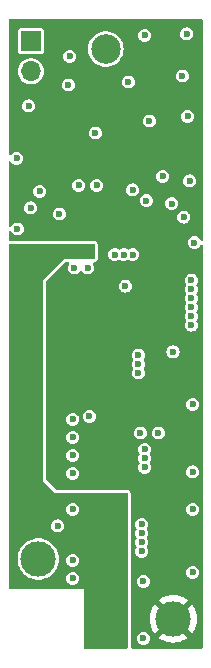
<source format=gbr>
%TF.GenerationSoftware,KiCad,Pcbnew,7.0.6*%
%TF.CreationDate,2023-12-10T23:04:23+01:00*%
%TF.ProjectId,dc_64a,64635f36-3461-42e6-9b69-6361645f7063,rev?*%
%TF.SameCoordinates,Original*%
%TF.FileFunction,Copper,L3,Inr*%
%TF.FilePolarity,Positive*%
%FSLAX46Y46*%
G04 Gerber Fmt 4.6, Leading zero omitted, Abs format (unit mm)*
G04 Created by KiCad (PCBNEW 7.0.6) date 2023-12-10 23:04:23*
%MOMM*%
%LPD*%
G01*
G04 APERTURE LIST*
%TA.AperFunction,ComponentPad*%
%ADD10C,3.000000*%
%TD*%
%TA.AperFunction,ComponentPad*%
%ADD11R,1.700000X1.700000*%
%TD*%
%TA.AperFunction,ComponentPad*%
%ADD12O,1.700000X1.700000*%
%TD*%
%TA.AperFunction,ComponentPad*%
%ADD13C,2.500000*%
%TD*%
%TA.AperFunction,ViaPad*%
%ADD14C,0.600000*%
%TD*%
G04 APERTURE END LIST*
D10*
X93980000Y-78740000D03*
D11*
X93345000Y-34920000D03*
D12*
X93345000Y-37460000D03*
D10*
X105410000Y-83820000D03*
D13*
X99695000Y-83820000D03*
X99695000Y-35560000D03*
D14*
X106637000Y-41275000D03*
X101346000Y-55651500D03*
X102743000Y-76581000D03*
X107061000Y-79883000D03*
X102463500Y-62230000D03*
X96520000Y-38608000D03*
X105283000Y-48666500D03*
X92202000Y-50800000D03*
X106172000Y-37846000D03*
X100457000Y-52984500D03*
X94107000Y-47625000D03*
X106934000Y-55905500D03*
X105384500Y-61214000D03*
X104521000Y-46355000D03*
X97028000Y-54102000D03*
X107188000Y-51968500D03*
X96901000Y-78867000D03*
X96901000Y-66929000D03*
X96901000Y-80391000D03*
X101981000Y-47498000D03*
X102463500Y-62992000D03*
X102997000Y-70993000D03*
X95631000Y-75946000D03*
X96901000Y-74549000D03*
X95758000Y-49530000D03*
X102616000Y-68072000D03*
X96901000Y-71501000D03*
X102870000Y-80645000D03*
X98933000Y-47117000D03*
X106299000Y-49809500D03*
X96901000Y-68453000D03*
X96901000Y-69977000D03*
X96647000Y-36195000D03*
X102997000Y-70231000D03*
X92159000Y-44831000D03*
X102463500Y-61468000D03*
X97409000Y-47117000D03*
X107061000Y-71374000D03*
X106553000Y-34290000D03*
X93345000Y-49022000D03*
X101219000Y-52984500D03*
X102997000Y-69469000D03*
X106934000Y-57429500D03*
X106934000Y-58953500D03*
X106807000Y-46736000D03*
X106934000Y-55143500D03*
X106934000Y-58191500D03*
X93175000Y-40386000D03*
X98806000Y-42672000D03*
X98171000Y-54102000D03*
X102870000Y-85471000D03*
X103124000Y-48412500D03*
X101600000Y-38354000D03*
X107061000Y-65659000D03*
X107061000Y-74549000D03*
X104140000Y-68072000D03*
X106934000Y-56667500D03*
X102997000Y-34417000D03*
X102743000Y-75819000D03*
X98298000Y-66675000D03*
X102743000Y-77343000D03*
X101981000Y-52984500D03*
X102743000Y-78105000D03*
X103378000Y-41656000D03*
X93726000Y-52578000D03*
X97536000Y-52578000D03*
X96012000Y-52578000D03*
X96774000Y-52578000D03*
X95250000Y-52578000D03*
X94488000Y-52578000D03*
X98298000Y-52578000D03*
X95631000Y-62103000D03*
X95631000Y-63627000D03*
X96393000Y-63627000D03*
X95631000Y-62865000D03*
X97282000Y-72390000D03*
X96393000Y-60579000D03*
X97028000Y-40767000D03*
X95631000Y-60579000D03*
X95631000Y-64389000D03*
X105638500Y-67691000D03*
X96393000Y-62865000D03*
X95631000Y-65151000D03*
X96393000Y-62103000D03*
X96393000Y-65151000D03*
X95631000Y-61341000D03*
X96393000Y-61341000D03*
X96393000Y-64389000D03*
%TA.AperFunction,Conductor*%
G36*
X98749039Y-52089685D02*
G01*
X98794794Y-52142489D01*
X98806000Y-52194000D01*
X98806000Y-53216000D01*
X98786315Y-53283039D01*
X98733511Y-53328794D01*
X98682000Y-53340000D01*
X96138999Y-53340000D01*
X94361000Y-55117999D01*
X94361000Y-55118000D01*
X94361000Y-72136000D01*
X95377000Y-73152000D01*
X101476000Y-73152000D01*
X101543039Y-73171685D01*
X101588794Y-73224489D01*
X101600000Y-73276000D01*
X101600000Y-86210500D01*
X101580315Y-86277539D01*
X101527511Y-86323294D01*
X101476000Y-86334500D01*
X97939500Y-86334500D01*
X97872461Y-86314815D01*
X97826706Y-86262011D01*
X97815500Y-86210500D01*
X97815500Y-81309738D01*
X97817601Y-81299177D01*
X97817601Y-81279999D01*
X97809517Y-81260483D01*
X97795072Y-81254500D01*
X97790000Y-81252399D01*
X97770824Y-81252399D01*
X97760262Y-81254500D01*
X91589500Y-81254500D01*
X91522461Y-81234815D01*
X91476706Y-81182011D01*
X91465500Y-81130500D01*
X91465500Y-78740004D01*
X92224592Y-78740004D01*
X92244196Y-79001620D01*
X92244197Y-79001625D01*
X92302576Y-79257402D01*
X92302578Y-79257411D01*
X92302580Y-79257416D01*
X92398432Y-79501643D01*
X92529614Y-79728857D01*
X92661736Y-79894533D01*
X92693198Y-79933985D01*
X92874753Y-80102441D01*
X92885521Y-80112433D01*
X93102296Y-80260228D01*
X93102301Y-80260230D01*
X93102302Y-80260231D01*
X93102303Y-80260232D01*
X93227843Y-80320688D01*
X93338673Y-80374061D01*
X93338674Y-80374061D01*
X93338677Y-80374063D01*
X93589385Y-80451396D01*
X93848818Y-80490500D01*
X94111182Y-80490500D01*
X94370615Y-80451396D01*
X94566414Y-80391000D01*
X96345750Y-80391000D01*
X96364670Y-80534708D01*
X96364671Y-80534712D01*
X96420137Y-80668622D01*
X96420138Y-80668624D01*
X96420139Y-80668625D01*
X96508379Y-80783621D01*
X96623375Y-80871861D01*
X96757291Y-80927330D01*
X96884280Y-80944048D01*
X96900999Y-80946250D01*
X96901000Y-80946250D01*
X96901001Y-80946250D01*
X96915977Y-80944278D01*
X97044709Y-80927330D01*
X97178625Y-80871861D01*
X97293621Y-80783621D01*
X97381861Y-80668625D01*
X97437330Y-80534709D01*
X97456250Y-80391000D01*
X97437330Y-80247291D01*
X97381861Y-80113375D01*
X97293621Y-79998379D01*
X97178625Y-79910139D01*
X97178624Y-79910138D01*
X97178622Y-79910137D01*
X97044712Y-79854671D01*
X97044710Y-79854670D01*
X97044709Y-79854670D01*
X96972854Y-79845210D01*
X96901001Y-79835750D01*
X96900999Y-79835750D01*
X96757291Y-79854670D01*
X96757287Y-79854671D01*
X96623377Y-79910137D01*
X96508379Y-79998379D01*
X96420137Y-80113377D01*
X96364671Y-80247287D01*
X96364670Y-80247291D01*
X96345750Y-80390999D01*
X96345750Y-80391000D01*
X94566414Y-80391000D01*
X94621323Y-80374063D01*
X94857704Y-80260228D01*
X95074479Y-80112433D01*
X95266805Y-79933981D01*
X95430386Y-79728857D01*
X95561568Y-79501643D01*
X95657420Y-79257416D01*
X95715802Y-79001630D01*
X95725891Y-78867000D01*
X96345750Y-78867000D01*
X96363473Y-79001620D01*
X96364670Y-79010708D01*
X96364671Y-79010712D01*
X96420137Y-79144622D01*
X96420138Y-79144624D01*
X96420139Y-79144625D01*
X96508379Y-79259621D01*
X96623375Y-79347861D01*
X96757291Y-79403330D01*
X96884280Y-79420048D01*
X96900999Y-79422250D01*
X96901000Y-79422250D01*
X96901001Y-79422250D01*
X96915977Y-79420278D01*
X97044709Y-79403330D01*
X97178625Y-79347861D01*
X97293621Y-79259621D01*
X97381861Y-79144625D01*
X97437330Y-79010709D01*
X97456250Y-78867000D01*
X97437330Y-78723291D01*
X97381861Y-78589375D01*
X97293621Y-78474379D01*
X97178625Y-78386139D01*
X97178624Y-78386138D01*
X97178622Y-78386137D01*
X97044712Y-78330671D01*
X97044710Y-78330670D01*
X97044709Y-78330670D01*
X96972854Y-78321210D01*
X96901001Y-78311750D01*
X96900999Y-78311750D01*
X96757291Y-78330670D01*
X96757287Y-78330671D01*
X96623377Y-78386137D01*
X96508379Y-78474379D01*
X96420137Y-78589377D01*
X96364671Y-78723287D01*
X96364670Y-78723291D01*
X96345750Y-78867000D01*
X95725891Y-78867000D01*
X95735408Y-78740000D01*
X95724120Y-78589375D01*
X95715803Y-78478379D01*
X95715802Y-78478374D01*
X95715802Y-78478370D01*
X95657420Y-78222584D01*
X95561568Y-77978357D01*
X95430386Y-77751143D01*
X95266805Y-77546019D01*
X95266804Y-77546018D01*
X95266801Y-77546014D01*
X95074479Y-77367567D01*
X95074478Y-77367566D01*
X94857704Y-77219772D01*
X94857700Y-77219770D01*
X94857697Y-77219768D01*
X94857696Y-77219767D01*
X94621325Y-77105938D01*
X94621327Y-77105938D01*
X94370623Y-77028606D01*
X94370619Y-77028605D01*
X94370615Y-77028604D01*
X94245823Y-77009794D01*
X94111187Y-76989500D01*
X94111182Y-76989500D01*
X93848818Y-76989500D01*
X93848812Y-76989500D01*
X93687247Y-77013853D01*
X93589385Y-77028604D01*
X93589381Y-77028605D01*
X93589382Y-77028605D01*
X93589376Y-77028606D01*
X93338673Y-77105938D01*
X93102303Y-77219767D01*
X93102302Y-77219768D01*
X92885520Y-77367567D01*
X92693198Y-77546014D01*
X92529614Y-77751143D01*
X92398432Y-77978356D01*
X92302582Y-78222578D01*
X92302576Y-78222597D01*
X92244197Y-78478374D01*
X92244196Y-78478379D01*
X92224592Y-78739995D01*
X92224592Y-78740004D01*
X91465500Y-78740004D01*
X91465500Y-75946000D01*
X95075750Y-75946000D01*
X95094670Y-76089708D01*
X95094671Y-76089712D01*
X95150137Y-76223622D01*
X95150138Y-76223624D01*
X95150139Y-76223625D01*
X95238379Y-76338621D01*
X95353375Y-76426861D01*
X95487291Y-76482330D01*
X95614280Y-76499048D01*
X95630999Y-76501250D01*
X95631000Y-76501250D01*
X95631001Y-76501250D01*
X95645977Y-76499278D01*
X95774709Y-76482330D01*
X95908625Y-76426861D01*
X96023621Y-76338621D01*
X96111861Y-76223625D01*
X96167330Y-76089709D01*
X96186250Y-75946000D01*
X96167330Y-75802291D01*
X96111861Y-75668375D01*
X96023621Y-75553379D01*
X95908625Y-75465139D01*
X95908624Y-75465138D01*
X95908622Y-75465137D01*
X95774712Y-75409671D01*
X95774710Y-75409670D01*
X95774709Y-75409670D01*
X95702854Y-75400210D01*
X95631001Y-75390750D01*
X95630999Y-75390750D01*
X95487291Y-75409670D01*
X95487287Y-75409671D01*
X95353377Y-75465137D01*
X95238379Y-75553379D01*
X95150137Y-75668377D01*
X95094671Y-75802287D01*
X95094670Y-75802291D01*
X95075750Y-75945999D01*
X95075750Y-75946000D01*
X91465500Y-75946000D01*
X91465500Y-74549000D01*
X96345750Y-74549000D01*
X96364670Y-74692708D01*
X96364671Y-74692712D01*
X96420137Y-74826622D01*
X96420138Y-74826624D01*
X96420139Y-74826625D01*
X96508379Y-74941621D01*
X96623375Y-75029861D01*
X96757291Y-75085330D01*
X96884280Y-75102048D01*
X96900999Y-75104250D01*
X96901000Y-75104250D01*
X96901001Y-75104250D01*
X96915977Y-75102278D01*
X97044709Y-75085330D01*
X97178625Y-75029861D01*
X97293621Y-74941621D01*
X97381861Y-74826625D01*
X97437330Y-74692709D01*
X97456250Y-74549000D01*
X97437330Y-74405291D01*
X97381861Y-74271375D01*
X97293621Y-74156379D01*
X97178625Y-74068139D01*
X97178624Y-74068138D01*
X97178622Y-74068137D01*
X97044712Y-74012671D01*
X97044710Y-74012670D01*
X97044709Y-74012670D01*
X96972854Y-74003210D01*
X96901001Y-73993750D01*
X96900999Y-73993750D01*
X96757291Y-74012670D01*
X96757287Y-74012671D01*
X96623377Y-74068137D01*
X96508379Y-74156379D01*
X96420137Y-74271377D01*
X96364671Y-74405287D01*
X96364670Y-74405291D01*
X96345750Y-74548999D01*
X96345750Y-74549000D01*
X91465500Y-74549000D01*
X91465500Y-52194000D01*
X91485185Y-52126961D01*
X91537989Y-52081206D01*
X91589500Y-52070000D01*
X98682000Y-52070000D01*
X98749039Y-52089685D01*
G37*
%TD.AperFunction*%
%TA.AperFunction,Conductor*%
G36*
X107867539Y-33065185D02*
G01*
X107913294Y-33117989D01*
X107924500Y-33169500D01*
X107924500Y-51684652D01*
X107904815Y-51751691D01*
X107852011Y-51797446D01*
X107782853Y-51807390D01*
X107719297Y-51778365D01*
X107685939Y-51732105D01*
X107679870Y-51717453D01*
X107668861Y-51690875D01*
X107580621Y-51575879D01*
X107465625Y-51487639D01*
X107465624Y-51487638D01*
X107465622Y-51487637D01*
X107331712Y-51432171D01*
X107331710Y-51432170D01*
X107331709Y-51432170D01*
X107259854Y-51422710D01*
X107188001Y-51413250D01*
X107187999Y-51413250D01*
X107044291Y-51432170D01*
X107044287Y-51432171D01*
X106910377Y-51487637D01*
X106795379Y-51575879D01*
X106707137Y-51690877D01*
X106651671Y-51824787D01*
X106651670Y-51824791D01*
X106632750Y-51968499D01*
X106632750Y-51968500D01*
X106651670Y-52112208D01*
X106651671Y-52112212D01*
X106707137Y-52246122D01*
X106707138Y-52246124D01*
X106707139Y-52246125D01*
X106795379Y-52361121D01*
X106910375Y-52449361D01*
X107044291Y-52504830D01*
X107171280Y-52521548D01*
X107187999Y-52523750D01*
X107188000Y-52523750D01*
X107188001Y-52523750D01*
X107202977Y-52521778D01*
X107331709Y-52504830D01*
X107465625Y-52449361D01*
X107580621Y-52361121D01*
X107668861Y-52246125D01*
X107685938Y-52204895D01*
X107729779Y-52150491D01*
X107796073Y-52128426D01*
X107863773Y-52145705D01*
X107911384Y-52196842D01*
X107924500Y-52252347D01*
X107924500Y-86210500D01*
X107904815Y-86277539D01*
X107852011Y-86323294D01*
X107800500Y-86334500D01*
X101979500Y-86334500D01*
X101912461Y-86314815D01*
X101866706Y-86262011D01*
X101855500Y-86210500D01*
X101855500Y-85471000D01*
X102314750Y-85471000D01*
X102333670Y-85614708D01*
X102333671Y-85614712D01*
X102389137Y-85748622D01*
X102389138Y-85748624D01*
X102389139Y-85748625D01*
X102477379Y-85863621D01*
X102592375Y-85951861D01*
X102726291Y-86007330D01*
X102853280Y-86024048D01*
X102869999Y-86026250D01*
X102870000Y-86026250D01*
X102870001Y-86026250D01*
X102884977Y-86024278D01*
X103013709Y-86007330D01*
X103147625Y-85951861D01*
X103262621Y-85863621D01*
X103350861Y-85748625D01*
X103406330Y-85614709D01*
X103425250Y-85471000D01*
X103406330Y-85327291D01*
X103350861Y-85193375D01*
X103262621Y-85078379D01*
X103147625Y-84990139D01*
X103147624Y-84990138D01*
X103147622Y-84990137D01*
X103013712Y-84934671D01*
X103013710Y-84934670D01*
X103013709Y-84934670D01*
X102941854Y-84925210D01*
X102870001Y-84915750D01*
X102869999Y-84915750D01*
X102726291Y-84934670D01*
X102726287Y-84934671D01*
X102592377Y-84990137D01*
X102477379Y-85078379D01*
X102389137Y-85193377D01*
X102333671Y-85327287D01*
X102333670Y-85327291D01*
X102314750Y-85470999D01*
X102314750Y-85471000D01*
X101855500Y-85471000D01*
X101855500Y-83820001D01*
X103404891Y-83820001D01*
X103425300Y-84105362D01*
X103486109Y-84384895D01*
X103586091Y-84652958D01*
X103723191Y-84904038D01*
X103723196Y-84904046D01*
X103829882Y-85046561D01*
X103829883Y-85046562D01*
X104732803Y-84143641D01*
X104756059Y-84197553D01*
X104860756Y-84338185D01*
X104995062Y-84450882D01*
X105086665Y-84496886D01*
X104183436Y-85400115D01*
X104325960Y-85506807D01*
X104325961Y-85506808D01*
X104577042Y-85643908D01*
X104577041Y-85643908D01*
X104845104Y-85743890D01*
X105124637Y-85804699D01*
X105409999Y-85825109D01*
X105410001Y-85825109D01*
X105695362Y-85804699D01*
X105974895Y-85743890D01*
X106242958Y-85643908D01*
X106494047Y-85506803D01*
X106636561Y-85400116D01*
X106636562Y-85400115D01*
X105735946Y-84499498D01*
X105748891Y-84494787D01*
X105895373Y-84398445D01*
X106015688Y-84270918D01*
X106088447Y-84144894D01*
X106990115Y-85046562D01*
X106990116Y-85046561D01*
X107096803Y-84904047D01*
X107233908Y-84652958D01*
X107333890Y-84384895D01*
X107394699Y-84105362D01*
X107415108Y-83820001D01*
X107415108Y-83819998D01*
X107394699Y-83534637D01*
X107333890Y-83255104D01*
X107233908Y-82987041D01*
X107096808Y-82735961D01*
X107096807Y-82735960D01*
X106990115Y-82593436D01*
X106087195Y-83496356D01*
X106063941Y-83442447D01*
X105959244Y-83301815D01*
X105824938Y-83189118D01*
X105733333Y-83143112D01*
X106636562Y-82239883D01*
X106636561Y-82239882D01*
X106494046Y-82133196D01*
X106494038Y-82133191D01*
X106242957Y-81996091D01*
X106242958Y-81996091D01*
X105974895Y-81896109D01*
X105695362Y-81835300D01*
X105410001Y-81814891D01*
X105409999Y-81814891D01*
X105124637Y-81835300D01*
X104845104Y-81896109D01*
X104577041Y-81996091D01*
X104325961Y-82133191D01*
X104325953Y-82133196D01*
X104183437Y-82239882D01*
X104183436Y-82239883D01*
X105084054Y-83140501D01*
X105071109Y-83145213D01*
X104924627Y-83241555D01*
X104804312Y-83369082D01*
X104731552Y-83495105D01*
X103829883Y-82593436D01*
X103829882Y-82593437D01*
X103723196Y-82735953D01*
X103723191Y-82735961D01*
X103586091Y-82987041D01*
X103486109Y-83255104D01*
X103425300Y-83534637D01*
X103404891Y-83819998D01*
X103404891Y-83820001D01*
X101855500Y-83820001D01*
X101855500Y-80645000D01*
X102314750Y-80645000D01*
X102333670Y-80788708D01*
X102333671Y-80788712D01*
X102389137Y-80922622D01*
X102389138Y-80922624D01*
X102389139Y-80922625D01*
X102477379Y-81037621D01*
X102592375Y-81125861D01*
X102592376Y-81125861D01*
X102592377Y-81125862D01*
X102637013Y-81144350D01*
X102726291Y-81181330D01*
X102853280Y-81198048D01*
X102869999Y-81200250D01*
X102870000Y-81200250D01*
X102870001Y-81200250D01*
X102884977Y-81198278D01*
X103013709Y-81181330D01*
X103147625Y-81125861D01*
X103262621Y-81037621D01*
X103350861Y-80922625D01*
X103406330Y-80788709D01*
X103425250Y-80645000D01*
X103406330Y-80501291D01*
X103350861Y-80367375D01*
X103262621Y-80252379D01*
X103147625Y-80164139D01*
X103147624Y-80164138D01*
X103147622Y-80164137D01*
X103013712Y-80108671D01*
X103013710Y-80108670D01*
X103013709Y-80108670D01*
X102941854Y-80099210D01*
X102870001Y-80089750D01*
X102869999Y-80089750D01*
X102726291Y-80108670D01*
X102726287Y-80108671D01*
X102592377Y-80164137D01*
X102477379Y-80252379D01*
X102389137Y-80367377D01*
X102333671Y-80501287D01*
X102333670Y-80501291D01*
X102314750Y-80644999D01*
X102314750Y-80645000D01*
X101855500Y-80645000D01*
X101855500Y-79883000D01*
X106505750Y-79883000D01*
X106524670Y-80026708D01*
X106524671Y-80026712D01*
X106580137Y-80160622D01*
X106580138Y-80160624D01*
X106580139Y-80160625D01*
X106668379Y-80275621D01*
X106783375Y-80363861D01*
X106783376Y-80363861D01*
X106783377Y-80363862D01*
X106828013Y-80382350D01*
X106917291Y-80419330D01*
X107044280Y-80436048D01*
X107060999Y-80438250D01*
X107061000Y-80438250D01*
X107061001Y-80438250D01*
X107075977Y-80436278D01*
X107204709Y-80419330D01*
X107338625Y-80363861D01*
X107453621Y-80275621D01*
X107541861Y-80160625D01*
X107597330Y-80026709D01*
X107616250Y-79883000D01*
X107597330Y-79739291D01*
X107541861Y-79605375D01*
X107453621Y-79490379D01*
X107338625Y-79402139D01*
X107338624Y-79402138D01*
X107338622Y-79402137D01*
X107204712Y-79346671D01*
X107204710Y-79346670D01*
X107204709Y-79346670D01*
X107132854Y-79337210D01*
X107061001Y-79327750D01*
X107060999Y-79327750D01*
X106917291Y-79346670D01*
X106917287Y-79346671D01*
X106783377Y-79402137D01*
X106668379Y-79490379D01*
X106580137Y-79605377D01*
X106524671Y-79739287D01*
X106524670Y-79739291D01*
X106505750Y-79882999D01*
X106505750Y-79883000D01*
X101855500Y-79883000D01*
X101855500Y-78105000D01*
X102187750Y-78105000D01*
X102206670Y-78248708D01*
X102206671Y-78248712D01*
X102262137Y-78382622D01*
X102262138Y-78382624D01*
X102262139Y-78382625D01*
X102350379Y-78497621D01*
X102465375Y-78585861D01*
X102599291Y-78641330D01*
X102726280Y-78658048D01*
X102742999Y-78660250D01*
X102743000Y-78660250D01*
X102743001Y-78660250D01*
X102757977Y-78658278D01*
X102886709Y-78641330D01*
X103020625Y-78585861D01*
X103135621Y-78497621D01*
X103223861Y-78382625D01*
X103279330Y-78248709D01*
X103298250Y-78105000D01*
X103279330Y-77961291D01*
X103223861Y-77827375D01*
X103202460Y-77799485D01*
X103177267Y-77734317D01*
X103191305Y-77665873D01*
X103202460Y-77648515D01*
X103223861Y-77620625D01*
X103279330Y-77486709D01*
X103298250Y-77343000D01*
X103279330Y-77199291D01*
X103223861Y-77065375D01*
X103202460Y-77037485D01*
X103177267Y-76972317D01*
X103191305Y-76903873D01*
X103202460Y-76886515D01*
X103223861Y-76858625D01*
X103279330Y-76724709D01*
X103298250Y-76581000D01*
X103279330Y-76437291D01*
X103223861Y-76303375D01*
X103202459Y-76275483D01*
X103177267Y-76210317D01*
X103191305Y-76141873D01*
X103202457Y-76124518D01*
X103223861Y-76096625D01*
X103279330Y-75962709D01*
X103298250Y-75819000D01*
X103279330Y-75675291D01*
X103223861Y-75541375D01*
X103135621Y-75426379D01*
X103020625Y-75338139D01*
X103020624Y-75338138D01*
X103020622Y-75338137D01*
X102886712Y-75282671D01*
X102886710Y-75282670D01*
X102886709Y-75282670D01*
X102814854Y-75273210D01*
X102743001Y-75263750D01*
X102742999Y-75263750D01*
X102599291Y-75282670D01*
X102599287Y-75282671D01*
X102465377Y-75338137D01*
X102350379Y-75426379D01*
X102262137Y-75541377D01*
X102206671Y-75675287D01*
X102206670Y-75675291D01*
X102187750Y-75818999D01*
X102187750Y-75819000D01*
X102206670Y-75962708D01*
X102206671Y-75962712D01*
X102262137Y-76096622D01*
X102262138Y-76096624D01*
X102262139Y-76096625D01*
X102283538Y-76124513D01*
X102308732Y-76189682D01*
X102294694Y-76258126D01*
X102283540Y-76275483D01*
X102262138Y-76303375D01*
X102206671Y-76437287D01*
X102206670Y-76437291D01*
X102187750Y-76580999D01*
X102187750Y-76581000D01*
X102206670Y-76724708D01*
X102206671Y-76724712D01*
X102262138Y-76858624D01*
X102283539Y-76886515D01*
X102308732Y-76951684D01*
X102294693Y-77020129D01*
X102283539Y-77037485D01*
X102262138Y-77065375D01*
X102206671Y-77199287D01*
X102206670Y-77199291D01*
X102187750Y-77342999D01*
X102187750Y-77343000D01*
X102206670Y-77486708D01*
X102206671Y-77486712D01*
X102262138Y-77620624D01*
X102283539Y-77648515D01*
X102308732Y-77713684D01*
X102294693Y-77782129D01*
X102283539Y-77799485D01*
X102262138Y-77827375D01*
X102206671Y-77961287D01*
X102206670Y-77961291D01*
X102187750Y-78104999D01*
X102187750Y-78105000D01*
X101855500Y-78105000D01*
X101855500Y-74549000D01*
X106505750Y-74549000D01*
X106524670Y-74692708D01*
X106524671Y-74692712D01*
X106580137Y-74826622D01*
X106580138Y-74826624D01*
X106580139Y-74826625D01*
X106668379Y-74941621D01*
X106783375Y-75029861D01*
X106917291Y-75085330D01*
X107044280Y-75102048D01*
X107060999Y-75104250D01*
X107061000Y-75104250D01*
X107061001Y-75104250D01*
X107075977Y-75102278D01*
X107204709Y-75085330D01*
X107338625Y-75029861D01*
X107453621Y-74941621D01*
X107541861Y-74826625D01*
X107597330Y-74692709D01*
X107616250Y-74549000D01*
X107597330Y-74405291D01*
X107541861Y-74271375D01*
X107453621Y-74156379D01*
X107338625Y-74068139D01*
X107338624Y-74068138D01*
X107338622Y-74068137D01*
X107204712Y-74012671D01*
X107204710Y-74012670D01*
X107204709Y-74012670D01*
X107132854Y-74003210D01*
X107061001Y-73993750D01*
X107060999Y-73993750D01*
X106917291Y-74012670D01*
X106917287Y-74012671D01*
X106783377Y-74068137D01*
X106668379Y-74156379D01*
X106580137Y-74271377D01*
X106524671Y-74405287D01*
X106524670Y-74405291D01*
X106505750Y-74548999D01*
X106505750Y-74549000D01*
X101855500Y-74549000D01*
X101855500Y-73276000D01*
X101849661Y-73221687D01*
X101838455Y-73170176D01*
X101831219Y-73143802D01*
X101831216Y-73143796D01*
X101781894Y-73057181D01*
X101781888Y-73057172D01*
X101736136Y-73004371D01*
X101703359Y-72972743D01*
X101615022Y-72926534D01*
X101615022Y-72926533D01*
X101547990Y-72906851D01*
X101547978Y-72906848D01*
X101476001Y-72896500D01*
X101476000Y-72896500D01*
X95534194Y-72896500D01*
X95467155Y-72876815D01*
X95446513Y-72860181D01*
X94652819Y-72066487D01*
X94619334Y-72005164D01*
X94616500Y-71978806D01*
X94616500Y-71501000D01*
X96345750Y-71501000D01*
X96364670Y-71644708D01*
X96364671Y-71644712D01*
X96420137Y-71778622D01*
X96420138Y-71778624D01*
X96420139Y-71778625D01*
X96508379Y-71893621D01*
X96623375Y-71981861D01*
X96757291Y-72037330D01*
X96884280Y-72054048D01*
X96900999Y-72056250D01*
X96901000Y-72056250D01*
X96901001Y-72056250D01*
X96915977Y-72054278D01*
X97044709Y-72037330D01*
X97178625Y-71981861D01*
X97293621Y-71893621D01*
X97381861Y-71778625D01*
X97437330Y-71644709D01*
X97456250Y-71501000D01*
X97437330Y-71357291D01*
X97381861Y-71223375D01*
X97293621Y-71108379D01*
X97178625Y-71020139D01*
X97178624Y-71020138D01*
X97178622Y-71020137D01*
X97113106Y-70993000D01*
X102441750Y-70993000D01*
X102460670Y-71136708D01*
X102460671Y-71136712D01*
X102516137Y-71270622D01*
X102516138Y-71270624D01*
X102516139Y-71270625D01*
X102604379Y-71385621D01*
X102719375Y-71473861D01*
X102853291Y-71529330D01*
X102980280Y-71546048D01*
X102996999Y-71548250D01*
X102997000Y-71548250D01*
X102997001Y-71548250D01*
X103011977Y-71546278D01*
X103140709Y-71529330D01*
X103274625Y-71473861D01*
X103389621Y-71385621D01*
X103398538Y-71374000D01*
X106505750Y-71374000D01*
X106524670Y-71517708D01*
X106524671Y-71517712D01*
X106580137Y-71651622D01*
X106580138Y-71651624D01*
X106580139Y-71651625D01*
X106668379Y-71766621D01*
X106783375Y-71854861D01*
X106917291Y-71910330D01*
X107044280Y-71927048D01*
X107060999Y-71929250D01*
X107061000Y-71929250D01*
X107061001Y-71929250D01*
X107075977Y-71927278D01*
X107204709Y-71910330D01*
X107338625Y-71854861D01*
X107453621Y-71766621D01*
X107541861Y-71651625D01*
X107597330Y-71517709D01*
X107616250Y-71374000D01*
X107597330Y-71230291D01*
X107541861Y-71096375D01*
X107453621Y-70981379D01*
X107338625Y-70893139D01*
X107338624Y-70893138D01*
X107338622Y-70893137D01*
X107204712Y-70837671D01*
X107204710Y-70837670D01*
X107204709Y-70837670D01*
X107132854Y-70828210D01*
X107061001Y-70818750D01*
X107060999Y-70818750D01*
X106917291Y-70837670D01*
X106917287Y-70837671D01*
X106783377Y-70893137D01*
X106668379Y-70981379D01*
X106580137Y-71096377D01*
X106524671Y-71230287D01*
X106524670Y-71230291D01*
X106505750Y-71373999D01*
X106505750Y-71374000D01*
X103398538Y-71374000D01*
X103477861Y-71270625D01*
X103533330Y-71136709D01*
X103552250Y-70993000D01*
X103533330Y-70849291D01*
X103477861Y-70715375D01*
X103456460Y-70687485D01*
X103431267Y-70622317D01*
X103445305Y-70553873D01*
X103456460Y-70536515D01*
X103477861Y-70508625D01*
X103533330Y-70374709D01*
X103552250Y-70231000D01*
X103533330Y-70087291D01*
X103477861Y-69953375D01*
X103456460Y-69925485D01*
X103431267Y-69860317D01*
X103445305Y-69791873D01*
X103456460Y-69774515D01*
X103477861Y-69746625D01*
X103533330Y-69612709D01*
X103552250Y-69469000D01*
X103533330Y-69325291D01*
X103477861Y-69191375D01*
X103389621Y-69076379D01*
X103274625Y-68988139D01*
X103274624Y-68988138D01*
X103274622Y-68988137D01*
X103140712Y-68932671D01*
X103140710Y-68932670D01*
X103140709Y-68932670D01*
X103068854Y-68923210D01*
X102997001Y-68913750D01*
X102996999Y-68913750D01*
X102853291Y-68932670D01*
X102853287Y-68932671D01*
X102719377Y-68988137D01*
X102604379Y-69076379D01*
X102516137Y-69191377D01*
X102460671Y-69325287D01*
X102460670Y-69325291D01*
X102441750Y-69468999D01*
X102441750Y-69469000D01*
X102460670Y-69612708D01*
X102460671Y-69612712D01*
X102516138Y-69746624D01*
X102537539Y-69774515D01*
X102562732Y-69839684D01*
X102548693Y-69908129D01*
X102537539Y-69925485D01*
X102516138Y-69953375D01*
X102460671Y-70087287D01*
X102460670Y-70087291D01*
X102441750Y-70230999D01*
X102441750Y-70231000D01*
X102460670Y-70374708D01*
X102460671Y-70374712D01*
X102516138Y-70508624D01*
X102537539Y-70536515D01*
X102562732Y-70601684D01*
X102548693Y-70670129D01*
X102537539Y-70687485D01*
X102516138Y-70715375D01*
X102460671Y-70849287D01*
X102460670Y-70849291D01*
X102441750Y-70992999D01*
X102441750Y-70993000D01*
X97113106Y-70993000D01*
X97044712Y-70964671D01*
X97044710Y-70964670D01*
X97044709Y-70964670D01*
X96972854Y-70955210D01*
X96901001Y-70945750D01*
X96900999Y-70945750D01*
X96757291Y-70964670D01*
X96757287Y-70964671D01*
X96623377Y-71020137D01*
X96508379Y-71108379D01*
X96420137Y-71223377D01*
X96364671Y-71357287D01*
X96364670Y-71357291D01*
X96345750Y-71500999D01*
X96345750Y-71501000D01*
X94616500Y-71501000D01*
X94616500Y-69977000D01*
X96345750Y-69977000D01*
X96364670Y-70120708D01*
X96364671Y-70120712D01*
X96420137Y-70254622D01*
X96420138Y-70254624D01*
X96420139Y-70254625D01*
X96508379Y-70369621D01*
X96623375Y-70457861D01*
X96757291Y-70513330D01*
X96884280Y-70530048D01*
X96900999Y-70532250D01*
X96901000Y-70532250D01*
X96901001Y-70532250D01*
X96915977Y-70530278D01*
X97044709Y-70513330D01*
X97178625Y-70457861D01*
X97293621Y-70369621D01*
X97381861Y-70254625D01*
X97437330Y-70120709D01*
X97456250Y-69977000D01*
X97437330Y-69833291D01*
X97381861Y-69699375D01*
X97293621Y-69584379D01*
X97178625Y-69496139D01*
X97178624Y-69496138D01*
X97178622Y-69496137D01*
X97044712Y-69440671D01*
X97044710Y-69440670D01*
X97044709Y-69440670D01*
X96972854Y-69431210D01*
X96901001Y-69421750D01*
X96900999Y-69421750D01*
X96757291Y-69440670D01*
X96757287Y-69440671D01*
X96623377Y-69496137D01*
X96508379Y-69584379D01*
X96420137Y-69699377D01*
X96364671Y-69833287D01*
X96364670Y-69833291D01*
X96345750Y-69976999D01*
X96345750Y-69977000D01*
X94616500Y-69977000D01*
X94616500Y-68453000D01*
X96345750Y-68453000D01*
X96364670Y-68596708D01*
X96364671Y-68596712D01*
X96420137Y-68730622D01*
X96420138Y-68730624D01*
X96420139Y-68730625D01*
X96508379Y-68845621D01*
X96623375Y-68933861D01*
X96757291Y-68989330D01*
X96884280Y-69006048D01*
X96900999Y-69008250D01*
X96901000Y-69008250D01*
X96901001Y-69008250D01*
X96915977Y-69006278D01*
X97044709Y-68989330D01*
X97178625Y-68933861D01*
X97293621Y-68845621D01*
X97381861Y-68730625D01*
X97437330Y-68596709D01*
X97456250Y-68453000D01*
X97437330Y-68309291D01*
X97381861Y-68175375D01*
X97302538Y-68072000D01*
X102060750Y-68072000D01*
X102079670Y-68215708D01*
X102079671Y-68215712D01*
X102135137Y-68349622D01*
X102135138Y-68349624D01*
X102135139Y-68349625D01*
X102223379Y-68464621D01*
X102338375Y-68552861D01*
X102472291Y-68608330D01*
X102599280Y-68625048D01*
X102615999Y-68627250D01*
X102616000Y-68627250D01*
X102616001Y-68627250D01*
X102630977Y-68625278D01*
X102759709Y-68608330D01*
X102893625Y-68552861D01*
X103008621Y-68464621D01*
X103096861Y-68349625D01*
X103152330Y-68215709D01*
X103171250Y-68072000D01*
X103584750Y-68072000D01*
X103603670Y-68215708D01*
X103603671Y-68215712D01*
X103659137Y-68349622D01*
X103659138Y-68349624D01*
X103659139Y-68349625D01*
X103747379Y-68464621D01*
X103862375Y-68552861D01*
X103996291Y-68608330D01*
X104123280Y-68625048D01*
X104139999Y-68627250D01*
X104140000Y-68627250D01*
X104140001Y-68627250D01*
X104154977Y-68625278D01*
X104283709Y-68608330D01*
X104417625Y-68552861D01*
X104532621Y-68464621D01*
X104620861Y-68349625D01*
X104676330Y-68215709D01*
X104695250Y-68072000D01*
X104676330Y-67928291D01*
X104620861Y-67794375D01*
X104532621Y-67679379D01*
X104417625Y-67591139D01*
X104417624Y-67591138D01*
X104417622Y-67591137D01*
X104283712Y-67535671D01*
X104283710Y-67535670D01*
X104283709Y-67535670D01*
X104211854Y-67526210D01*
X104140001Y-67516750D01*
X104139999Y-67516750D01*
X103996291Y-67535670D01*
X103996287Y-67535671D01*
X103862377Y-67591137D01*
X103747379Y-67679379D01*
X103659137Y-67794377D01*
X103603671Y-67928287D01*
X103603670Y-67928291D01*
X103584750Y-68071999D01*
X103584750Y-68072000D01*
X103171250Y-68072000D01*
X103152330Y-67928291D01*
X103096861Y-67794375D01*
X103008621Y-67679379D01*
X102893625Y-67591139D01*
X102893624Y-67591138D01*
X102893622Y-67591137D01*
X102759712Y-67535671D01*
X102759710Y-67535670D01*
X102759709Y-67535670D01*
X102687854Y-67526210D01*
X102616001Y-67516750D01*
X102615999Y-67516750D01*
X102472291Y-67535670D01*
X102472287Y-67535671D01*
X102338377Y-67591137D01*
X102223379Y-67679379D01*
X102135137Y-67794377D01*
X102079671Y-67928287D01*
X102079670Y-67928291D01*
X102060750Y-68071999D01*
X102060750Y-68072000D01*
X97302538Y-68072000D01*
X97293621Y-68060379D01*
X97178625Y-67972139D01*
X97178624Y-67972138D01*
X97178622Y-67972137D01*
X97044712Y-67916671D01*
X97044710Y-67916670D01*
X97044709Y-67916670D01*
X96972854Y-67907210D01*
X96901001Y-67897750D01*
X96900999Y-67897750D01*
X96757291Y-67916670D01*
X96757287Y-67916671D01*
X96623377Y-67972137D01*
X96508379Y-68060379D01*
X96420137Y-68175377D01*
X96364671Y-68309287D01*
X96364670Y-68309291D01*
X96345750Y-68452999D01*
X96345750Y-68453000D01*
X94616500Y-68453000D01*
X94616500Y-66929000D01*
X96345750Y-66929000D01*
X96364670Y-67072708D01*
X96364671Y-67072712D01*
X96420137Y-67206622D01*
X96420138Y-67206624D01*
X96420139Y-67206625D01*
X96508379Y-67321621D01*
X96623375Y-67409861D01*
X96757291Y-67465330D01*
X96884280Y-67482048D01*
X96900999Y-67484250D01*
X96901000Y-67484250D01*
X96901001Y-67484250D01*
X96915977Y-67482278D01*
X97044709Y-67465330D01*
X97178625Y-67409861D01*
X97293621Y-67321621D01*
X97381861Y-67206625D01*
X97437330Y-67072709D01*
X97456250Y-66929000D01*
X97437330Y-66785291D01*
X97391647Y-66675000D01*
X97742750Y-66675000D01*
X97761670Y-66818708D01*
X97761671Y-66818712D01*
X97817137Y-66952622D01*
X97817138Y-66952624D01*
X97817139Y-66952625D01*
X97905379Y-67067621D01*
X98020375Y-67155861D01*
X98154291Y-67211330D01*
X98281280Y-67228048D01*
X98297999Y-67230250D01*
X98298000Y-67230250D01*
X98298001Y-67230250D01*
X98312977Y-67228278D01*
X98441709Y-67211330D01*
X98575625Y-67155861D01*
X98690621Y-67067621D01*
X98778861Y-66952625D01*
X98834330Y-66818709D01*
X98853250Y-66675000D01*
X98834330Y-66531291D01*
X98778861Y-66397375D01*
X98690621Y-66282379D01*
X98575625Y-66194139D01*
X98575624Y-66194138D01*
X98575622Y-66194137D01*
X98441712Y-66138671D01*
X98441710Y-66138670D01*
X98441709Y-66138670D01*
X98369854Y-66129210D01*
X98298001Y-66119750D01*
X98297999Y-66119750D01*
X98154291Y-66138670D01*
X98154287Y-66138671D01*
X98020377Y-66194137D01*
X97905379Y-66282379D01*
X97817137Y-66397377D01*
X97761671Y-66531287D01*
X97761670Y-66531291D01*
X97742750Y-66674999D01*
X97742750Y-66675000D01*
X97391647Y-66675000D01*
X97381861Y-66651375D01*
X97293621Y-66536379D01*
X97178625Y-66448139D01*
X97178624Y-66448138D01*
X97178622Y-66448137D01*
X97044712Y-66392671D01*
X97044710Y-66392670D01*
X97044709Y-66392670D01*
X96972854Y-66383210D01*
X96901001Y-66373750D01*
X96900999Y-66373750D01*
X96757291Y-66392670D01*
X96757287Y-66392671D01*
X96623377Y-66448137D01*
X96508379Y-66536379D01*
X96420137Y-66651377D01*
X96364671Y-66785287D01*
X96364670Y-66785291D01*
X96345750Y-66928999D01*
X96345750Y-66929000D01*
X94616500Y-66929000D01*
X94616500Y-65659000D01*
X106505750Y-65659000D01*
X106524670Y-65802708D01*
X106524671Y-65802712D01*
X106580137Y-65936622D01*
X106580138Y-65936624D01*
X106580139Y-65936625D01*
X106668379Y-66051621D01*
X106783375Y-66139861D01*
X106917291Y-66195330D01*
X107044280Y-66212048D01*
X107060999Y-66214250D01*
X107061000Y-66214250D01*
X107061001Y-66214250D01*
X107075977Y-66212278D01*
X107204709Y-66195330D01*
X107338625Y-66139861D01*
X107453621Y-66051621D01*
X107541861Y-65936625D01*
X107597330Y-65802709D01*
X107616250Y-65659000D01*
X107597330Y-65515291D01*
X107541861Y-65381375D01*
X107453621Y-65266379D01*
X107338625Y-65178139D01*
X107338624Y-65178138D01*
X107338622Y-65178137D01*
X107204712Y-65122671D01*
X107204710Y-65122670D01*
X107204709Y-65122670D01*
X107132854Y-65113210D01*
X107061001Y-65103750D01*
X107060999Y-65103750D01*
X106917291Y-65122670D01*
X106917287Y-65122671D01*
X106783377Y-65178137D01*
X106668379Y-65266379D01*
X106580137Y-65381377D01*
X106524671Y-65515287D01*
X106524670Y-65515291D01*
X106505750Y-65658999D01*
X106505750Y-65659000D01*
X94616500Y-65659000D01*
X94616500Y-62992000D01*
X101908250Y-62992000D01*
X101927170Y-63135708D01*
X101927171Y-63135712D01*
X101982637Y-63269622D01*
X101982638Y-63269624D01*
X101982639Y-63269625D01*
X102070879Y-63384621D01*
X102185875Y-63472861D01*
X102319791Y-63528330D01*
X102446780Y-63545048D01*
X102463499Y-63547250D01*
X102463500Y-63547250D01*
X102463501Y-63547250D01*
X102478477Y-63545278D01*
X102607209Y-63528330D01*
X102741125Y-63472861D01*
X102856121Y-63384621D01*
X102944361Y-63269625D01*
X102999830Y-63135709D01*
X103018750Y-62992000D01*
X102999830Y-62848291D01*
X102944361Y-62714375D01*
X102922960Y-62686485D01*
X102897767Y-62621317D01*
X102911805Y-62552873D01*
X102922960Y-62535515D01*
X102944361Y-62507625D01*
X102999830Y-62373709D01*
X103018750Y-62230000D01*
X102999830Y-62086291D01*
X102944361Y-61952375D01*
X102922960Y-61924485D01*
X102897767Y-61859317D01*
X102911805Y-61790873D01*
X102922960Y-61773515D01*
X102944361Y-61745625D01*
X102999830Y-61611709D01*
X103018750Y-61468000D01*
X102999830Y-61324291D01*
X102954147Y-61214000D01*
X104829250Y-61214000D01*
X104848170Y-61357708D01*
X104848171Y-61357712D01*
X104903637Y-61491622D01*
X104903638Y-61491624D01*
X104903639Y-61491625D01*
X104991879Y-61606621D01*
X105106875Y-61694861D01*
X105240791Y-61750330D01*
X105367780Y-61767048D01*
X105384499Y-61769250D01*
X105384500Y-61769250D01*
X105384501Y-61769250D01*
X105399477Y-61767278D01*
X105528209Y-61750330D01*
X105662125Y-61694861D01*
X105777121Y-61606621D01*
X105865361Y-61491625D01*
X105920830Y-61357709D01*
X105939750Y-61214000D01*
X105920830Y-61070291D01*
X105865361Y-60936375D01*
X105777121Y-60821379D01*
X105662125Y-60733139D01*
X105662124Y-60733138D01*
X105662122Y-60733137D01*
X105528212Y-60677671D01*
X105528210Y-60677670D01*
X105528209Y-60677670D01*
X105456354Y-60668210D01*
X105384501Y-60658750D01*
X105384499Y-60658750D01*
X105240791Y-60677670D01*
X105240787Y-60677671D01*
X105106877Y-60733137D01*
X104991879Y-60821379D01*
X104903637Y-60936377D01*
X104848171Y-61070287D01*
X104848170Y-61070291D01*
X104829250Y-61213999D01*
X104829250Y-61214000D01*
X102954147Y-61214000D01*
X102944361Y-61190375D01*
X102856121Y-61075379D01*
X102741125Y-60987139D01*
X102741124Y-60987138D01*
X102741122Y-60987137D01*
X102607212Y-60931671D01*
X102607210Y-60931670D01*
X102607209Y-60931670D01*
X102535354Y-60922210D01*
X102463501Y-60912750D01*
X102463499Y-60912750D01*
X102319791Y-60931670D01*
X102319787Y-60931671D01*
X102185877Y-60987137D01*
X102070879Y-61075379D01*
X101982637Y-61190377D01*
X101927171Y-61324287D01*
X101927170Y-61324291D01*
X101908250Y-61467999D01*
X101908250Y-61468000D01*
X101927170Y-61611708D01*
X101927171Y-61611712D01*
X101982638Y-61745624D01*
X102004039Y-61773515D01*
X102029232Y-61838684D01*
X102015193Y-61907129D01*
X102004039Y-61924485D01*
X101982638Y-61952375D01*
X101927171Y-62086287D01*
X101927170Y-62086291D01*
X101908250Y-62229999D01*
X101908250Y-62230000D01*
X101927170Y-62373708D01*
X101927171Y-62373712D01*
X101982638Y-62507624D01*
X102004039Y-62535515D01*
X102029232Y-62600684D01*
X102015193Y-62669129D01*
X102004039Y-62686485D01*
X101982638Y-62714375D01*
X101927171Y-62848287D01*
X101927170Y-62848291D01*
X101908250Y-62991999D01*
X101908250Y-62992000D01*
X94616500Y-62992000D01*
X94616500Y-58953500D01*
X106378750Y-58953500D01*
X106397670Y-59097208D01*
X106397671Y-59097212D01*
X106453137Y-59231122D01*
X106453138Y-59231124D01*
X106453139Y-59231125D01*
X106541379Y-59346121D01*
X106656375Y-59434361D01*
X106790291Y-59489830D01*
X106917280Y-59506548D01*
X106933999Y-59508750D01*
X106934000Y-59508750D01*
X106934001Y-59508750D01*
X106948977Y-59506778D01*
X107077709Y-59489830D01*
X107211625Y-59434361D01*
X107326621Y-59346121D01*
X107414861Y-59231125D01*
X107470330Y-59097209D01*
X107489250Y-58953500D01*
X107470330Y-58809791D01*
X107414861Y-58675875D01*
X107393460Y-58647985D01*
X107368267Y-58582817D01*
X107382305Y-58514373D01*
X107393460Y-58497015D01*
X107414861Y-58469125D01*
X107470330Y-58335209D01*
X107489250Y-58191500D01*
X107470330Y-58047791D01*
X107414861Y-57913875D01*
X107414860Y-57913875D01*
X107393460Y-57885984D01*
X107368267Y-57820815D01*
X107382306Y-57752370D01*
X107393455Y-57735020D01*
X107414861Y-57707125D01*
X107470330Y-57573209D01*
X107489250Y-57429500D01*
X107470330Y-57285791D01*
X107414861Y-57151875D01*
X107414860Y-57151875D01*
X107393460Y-57123984D01*
X107368267Y-57058815D01*
X107382306Y-56990370D01*
X107393455Y-56973020D01*
X107414861Y-56945125D01*
X107470330Y-56811209D01*
X107489250Y-56667500D01*
X107470330Y-56523791D01*
X107414861Y-56389875D01*
X107393460Y-56361985D01*
X107368267Y-56296817D01*
X107382305Y-56228373D01*
X107393460Y-56211015D01*
X107414861Y-56183125D01*
X107470330Y-56049209D01*
X107489250Y-55905500D01*
X107470330Y-55761791D01*
X107414861Y-55627875D01*
X107393459Y-55599983D01*
X107368267Y-55534817D01*
X107382305Y-55466373D01*
X107393457Y-55449018D01*
X107414861Y-55421125D01*
X107470330Y-55287209D01*
X107489250Y-55143500D01*
X107470330Y-54999791D01*
X107414861Y-54865875D01*
X107326621Y-54750879D01*
X107211625Y-54662639D01*
X107211624Y-54662638D01*
X107211622Y-54662637D01*
X107077712Y-54607171D01*
X107077710Y-54607170D01*
X107077709Y-54607170D01*
X107005854Y-54597710D01*
X106934001Y-54588250D01*
X106933999Y-54588250D01*
X106790291Y-54607170D01*
X106790287Y-54607171D01*
X106656377Y-54662637D01*
X106541379Y-54750879D01*
X106453137Y-54865877D01*
X106397671Y-54999787D01*
X106397670Y-54999791D01*
X106378750Y-55143499D01*
X106378750Y-55143500D01*
X106397670Y-55287208D01*
X106397671Y-55287212D01*
X106453137Y-55421122D01*
X106453138Y-55421124D01*
X106453139Y-55421125D01*
X106474538Y-55449013D01*
X106499732Y-55514182D01*
X106485694Y-55582626D01*
X106474540Y-55599983D01*
X106453138Y-55627875D01*
X106397671Y-55761787D01*
X106397670Y-55761791D01*
X106378750Y-55905499D01*
X106378750Y-55905500D01*
X106397670Y-56049208D01*
X106397671Y-56049212D01*
X106453138Y-56183124D01*
X106474539Y-56211015D01*
X106499732Y-56276184D01*
X106485693Y-56344629D01*
X106474539Y-56361985D01*
X106453138Y-56389875D01*
X106397671Y-56523787D01*
X106397670Y-56523791D01*
X106378750Y-56667499D01*
X106378750Y-56667500D01*
X106397670Y-56811208D01*
X106397671Y-56811212D01*
X106453138Y-56945124D01*
X106474539Y-56973015D01*
X106499732Y-57038184D01*
X106485693Y-57106629D01*
X106474539Y-57123985D01*
X106453138Y-57151875D01*
X106397671Y-57285787D01*
X106397670Y-57285791D01*
X106378750Y-57429499D01*
X106378750Y-57429500D01*
X106397670Y-57573208D01*
X106397671Y-57573212D01*
X106453138Y-57707124D01*
X106474539Y-57735015D01*
X106499732Y-57800184D01*
X106485693Y-57868629D01*
X106474539Y-57885985D01*
X106453138Y-57913875D01*
X106397671Y-58047787D01*
X106397670Y-58047791D01*
X106378750Y-58191499D01*
X106378750Y-58191500D01*
X106397670Y-58335208D01*
X106397671Y-58335212D01*
X106453138Y-58469124D01*
X106474539Y-58497015D01*
X106499732Y-58562184D01*
X106485693Y-58630629D01*
X106474539Y-58647985D01*
X106453138Y-58675875D01*
X106397671Y-58809787D01*
X106397670Y-58809791D01*
X106378750Y-58953499D01*
X106378750Y-58953500D01*
X94616500Y-58953500D01*
X94616500Y-55651500D01*
X100790750Y-55651500D01*
X100809670Y-55795208D01*
X100809671Y-55795212D01*
X100865137Y-55929122D01*
X100865138Y-55929124D01*
X100865139Y-55929125D01*
X100953379Y-56044121D01*
X101068375Y-56132361D01*
X101202291Y-56187830D01*
X101329280Y-56204548D01*
X101345999Y-56206750D01*
X101346000Y-56206750D01*
X101346001Y-56206750D01*
X101360977Y-56204778D01*
X101489709Y-56187830D01*
X101623625Y-56132361D01*
X101738621Y-56044121D01*
X101826861Y-55929125D01*
X101882330Y-55795209D01*
X101901250Y-55651500D01*
X101882330Y-55507791D01*
X101826861Y-55373875D01*
X101738621Y-55258879D01*
X101623625Y-55170639D01*
X101623624Y-55170638D01*
X101623622Y-55170637D01*
X101489712Y-55115171D01*
X101489710Y-55115170D01*
X101489709Y-55115170D01*
X101417854Y-55105710D01*
X101346001Y-55096250D01*
X101345999Y-55096250D01*
X101202291Y-55115170D01*
X101202287Y-55115171D01*
X101068377Y-55170637D01*
X100953379Y-55258879D01*
X100865137Y-55373877D01*
X100809671Y-55507787D01*
X100809670Y-55507791D01*
X100790750Y-55651499D01*
X100790750Y-55651500D01*
X94616500Y-55651500D01*
X94616500Y-55275193D01*
X94636185Y-55208154D01*
X94652819Y-55187512D01*
X96208512Y-53631819D01*
X96269835Y-53598334D01*
X96296193Y-53595500D01*
X96471314Y-53595500D01*
X96538353Y-53615185D01*
X96584108Y-53667989D01*
X96594052Y-53737147D01*
X96569690Y-53794985D01*
X96556336Y-53812388D01*
X96547137Y-53824377D01*
X96491671Y-53958287D01*
X96491670Y-53958291D01*
X96472750Y-54101999D01*
X96472750Y-54102000D01*
X96491670Y-54245708D01*
X96491671Y-54245712D01*
X96547137Y-54379622D01*
X96547138Y-54379624D01*
X96547139Y-54379625D01*
X96635379Y-54494621D01*
X96750375Y-54582861D01*
X96884291Y-54638330D01*
X97011280Y-54655048D01*
X97027999Y-54657250D01*
X97028000Y-54657250D01*
X97028001Y-54657250D01*
X97042977Y-54655278D01*
X97171709Y-54638330D01*
X97305625Y-54582861D01*
X97420621Y-54494621D01*
X97501125Y-54389705D01*
X97557552Y-54348504D01*
X97627298Y-54344349D01*
X97688218Y-54378561D01*
X97697869Y-54389699D01*
X97778379Y-54494621D01*
X97893375Y-54582861D01*
X98027291Y-54638330D01*
X98154280Y-54655048D01*
X98170999Y-54657250D01*
X98171000Y-54657250D01*
X98171001Y-54657250D01*
X98185977Y-54655278D01*
X98314709Y-54638330D01*
X98448625Y-54582861D01*
X98563621Y-54494621D01*
X98651861Y-54379625D01*
X98707330Y-54245709D01*
X98726250Y-54102000D01*
X98707330Y-53958291D01*
X98651861Y-53824375D01*
X98626334Y-53791108D01*
X98601141Y-53725941D01*
X98615179Y-53657496D01*
X98663993Y-53607506D01*
X98711457Y-53592333D01*
X98736313Y-53589661D01*
X98752440Y-53586152D01*
X98787817Y-53578457D01*
X98787817Y-53578456D01*
X98787824Y-53578455D01*
X98814198Y-53571219D01*
X98869461Y-53539750D01*
X98900818Y-53521894D01*
X98900821Y-53521891D01*
X98900828Y-53521888D01*
X98953632Y-53476133D01*
X98985257Y-53443359D01*
X99031465Y-53355024D01*
X99051150Y-53287985D01*
X99061500Y-53216000D01*
X99061500Y-52984500D01*
X99901750Y-52984500D01*
X99920670Y-53128208D01*
X99920671Y-53128212D01*
X99976137Y-53262122D01*
X99976138Y-53262124D01*
X99976139Y-53262125D01*
X100064379Y-53377121D01*
X100179375Y-53465361D01*
X100179376Y-53465361D01*
X100179377Y-53465362D01*
X100224013Y-53483850D01*
X100313291Y-53520830D01*
X100440280Y-53537548D01*
X100456999Y-53539750D01*
X100457000Y-53539750D01*
X100457001Y-53539750D01*
X100471977Y-53537778D01*
X100600709Y-53520830D01*
X100734625Y-53465361D01*
X100762514Y-53443960D01*
X100827683Y-53418767D01*
X100896127Y-53432805D01*
X100913481Y-53443957D01*
X100941375Y-53465361D01*
X100941376Y-53465361D01*
X100941377Y-53465362D01*
X100986013Y-53483850D01*
X101075291Y-53520830D01*
X101202280Y-53537548D01*
X101218999Y-53539750D01*
X101219000Y-53539750D01*
X101219001Y-53539750D01*
X101233977Y-53537778D01*
X101362709Y-53520830D01*
X101496625Y-53465361D01*
X101524514Y-53443960D01*
X101589683Y-53418767D01*
X101658127Y-53432805D01*
X101675481Y-53443957D01*
X101703375Y-53465361D01*
X101703376Y-53465361D01*
X101703377Y-53465362D01*
X101748013Y-53483850D01*
X101837291Y-53520830D01*
X101964280Y-53537548D01*
X101980999Y-53539750D01*
X101981000Y-53539750D01*
X101981001Y-53539750D01*
X101995977Y-53537778D01*
X102124709Y-53520830D01*
X102258625Y-53465361D01*
X102373621Y-53377121D01*
X102461861Y-53262125D01*
X102517330Y-53128209D01*
X102536250Y-52984500D01*
X102517330Y-52840791D01*
X102461861Y-52706875D01*
X102373621Y-52591879D01*
X102258625Y-52503639D01*
X102258624Y-52503638D01*
X102258622Y-52503637D01*
X102124712Y-52448171D01*
X102124710Y-52448170D01*
X102124709Y-52448170D01*
X102052854Y-52438710D01*
X101981001Y-52429250D01*
X101980999Y-52429250D01*
X101837291Y-52448170D01*
X101837287Y-52448171D01*
X101703375Y-52503638D01*
X101675485Y-52525039D01*
X101610316Y-52550232D01*
X101541871Y-52536193D01*
X101524515Y-52525039D01*
X101498177Y-52504830D01*
X101496625Y-52503639D01*
X101496623Y-52503638D01*
X101496625Y-52503638D01*
X101362712Y-52448171D01*
X101362710Y-52448170D01*
X101362709Y-52448170D01*
X101290854Y-52438710D01*
X101219001Y-52429250D01*
X101218999Y-52429250D01*
X101075291Y-52448170D01*
X101075287Y-52448171D01*
X100941375Y-52503638D01*
X100913485Y-52525039D01*
X100848316Y-52550232D01*
X100779871Y-52536193D01*
X100762515Y-52525039D01*
X100736177Y-52504830D01*
X100734625Y-52503639D01*
X100734623Y-52503638D01*
X100734625Y-52503638D01*
X100600712Y-52448171D01*
X100600710Y-52448170D01*
X100600709Y-52448170D01*
X100528854Y-52438710D01*
X100457001Y-52429250D01*
X100456999Y-52429250D01*
X100313291Y-52448170D01*
X100313287Y-52448171D01*
X100179377Y-52503637D01*
X100064379Y-52591879D01*
X99976137Y-52706877D01*
X99920671Y-52840787D01*
X99920670Y-52840791D01*
X99901750Y-52984499D01*
X99901750Y-52984500D01*
X99061500Y-52984500D01*
X99061500Y-52194000D01*
X99055661Y-52139687D01*
X99049684Y-52112212D01*
X99044457Y-52088183D01*
X99044456Y-52088182D01*
X99044455Y-52088176D01*
X99037219Y-52061802D01*
X99033332Y-52054976D01*
X98987894Y-51975181D01*
X98987888Y-51975172D01*
X98942136Y-51922371D01*
X98909359Y-51890743D01*
X98821022Y-51844534D01*
X98821022Y-51844533D01*
X98753990Y-51824851D01*
X98753978Y-51824848D01*
X98682001Y-51814500D01*
X98682000Y-51814500D01*
X91589500Y-51814500D01*
X91522461Y-51794815D01*
X91476706Y-51742011D01*
X91465500Y-51690500D01*
X91465500Y-51083847D01*
X91485185Y-51016808D01*
X91537989Y-50971053D01*
X91607147Y-50961109D01*
X91670703Y-50990134D01*
X91704061Y-51036395D01*
X91721137Y-51077622D01*
X91721138Y-51077624D01*
X91721139Y-51077625D01*
X91809379Y-51192621D01*
X91924375Y-51280861D01*
X92058291Y-51336330D01*
X92185280Y-51353048D01*
X92201999Y-51355250D01*
X92202000Y-51355250D01*
X92202001Y-51355250D01*
X92216977Y-51353278D01*
X92345709Y-51336330D01*
X92479625Y-51280861D01*
X92594621Y-51192621D01*
X92682861Y-51077625D01*
X92738330Y-50943709D01*
X92757250Y-50800000D01*
X92738330Y-50656291D01*
X92682861Y-50522375D01*
X92594621Y-50407379D01*
X92479625Y-50319139D01*
X92479624Y-50319138D01*
X92479622Y-50319137D01*
X92345712Y-50263671D01*
X92345710Y-50263670D01*
X92345709Y-50263670D01*
X92273854Y-50254210D01*
X92202001Y-50244750D01*
X92201999Y-50244750D01*
X92058291Y-50263670D01*
X92058287Y-50263671D01*
X91924377Y-50319137D01*
X91809379Y-50407379D01*
X91721138Y-50522376D01*
X91704061Y-50563605D01*
X91660220Y-50618008D01*
X91593926Y-50640073D01*
X91526226Y-50622794D01*
X91478616Y-50571656D01*
X91465500Y-50516152D01*
X91465500Y-49022000D01*
X92789750Y-49022000D01*
X92806254Y-49147361D01*
X92808670Y-49165708D01*
X92808671Y-49165712D01*
X92864137Y-49299622D01*
X92864138Y-49299624D01*
X92864139Y-49299625D01*
X92952379Y-49414621D01*
X93067375Y-49502861D01*
X93201291Y-49558330D01*
X93328280Y-49575048D01*
X93344999Y-49577250D01*
X93345000Y-49577250D01*
X93345001Y-49577250D01*
X93359977Y-49575278D01*
X93488709Y-49558330D01*
X93557105Y-49530000D01*
X95202750Y-49530000D01*
X95221670Y-49673708D01*
X95221671Y-49673712D01*
X95277137Y-49807622D01*
X95277138Y-49807624D01*
X95277139Y-49807625D01*
X95365379Y-49922621D01*
X95480375Y-50010861D01*
X95614291Y-50066330D01*
X95741280Y-50083048D01*
X95757999Y-50085250D01*
X95758000Y-50085250D01*
X95758001Y-50085250D01*
X95772977Y-50083278D01*
X95901709Y-50066330D01*
X96035625Y-50010861D01*
X96150621Y-49922621D01*
X96237422Y-49809500D01*
X105743750Y-49809500D01*
X105762670Y-49953208D01*
X105762671Y-49953212D01*
X105818137Y-50087122D01*
X105818138Y-50087124D01*
X105818139Y-50087125D01*
X105906379Y-50202121D01*
X106021375Y-50290361D01*
X106155291Y-50345830D01*
X106282280Y-50362548D01*
X106298999Y-50364750D01*
X106299000Y-50364750D01*
X106299001Y-50364750D01*
X106313977Y-50362778D01*
X106442709Y-50345830D01*
X106576625Y-50290361D01*
X106691621Y-50202121D01*
X106779861Y-50087125D01*
X106835330Y-49953209D01*
X106854250Y-49809500D01*
X106835330Y-49665791D01*
X106790819Y-49558330D01*
X106779862Y-49531877D01*
X106779861Y-49531876D01*
X106779861Y-49531875D01*
X106691621Y-49416879D01*
X106576625Y-49328639D01*
X106576624Y-49328638D01*
X106576622Y-49328637D01*
X106442712Y-49273171D01*
X106442710Y-49273170D01*
X106442709Y-49273170D01*
X106370854Y-49263710D01*
X106299001Y-49254250D01*
X106298999Y-49254250D01*
X106155291Y-49273170D01*
X106155287Y-49273171D01*
X106021377Y-49328637D01*
X105906379Y-49416879D01*
X105818137Y-49531877D01*
X105762671Y-49665787D01*
X105762670Y-49665791D01*
X105743750Y-49809499D01*
X105743750Y-49809500D01*
X96237422Y-49809500D01*
X96238861Y-49807625D01*
X96294330Y-49673709D01*
X96313250Y-49530000D01*
X96294330Y-49386291D01*
X96247475Y-49273171D01*
X96238862Y-49252377D01*
X96238861Y-49252376D01*
X96238861Y-49252375D01*
X96150621Y-49137379D01*
X96035625Y-49049139D01*
X96035624Y-49049138D01*
X96035622Y-49049137D01*
X95901712Y-48993671D01*
X95901710Y-48993670D01*
X95901709Y-48993670D01*
X95829854Y-48984210D01*
X95758001Y-48974750D01*
X95757999Y-48974750D01*
X95614291Y-48993670D01*
X95614287Y-48993671D01*
X95480377Y-49049137D01*
X95365379Y-49137379D01*
X95277137Y-49252377D01*
X95221671Y-49386287D01*
X95221670Y-49386291D01*
X95202750Y-49529999D01*
X95202750Y-49530000D01*
X93557105Y-49530000D01*
X93622625Y-49502861D01*
X93737621Y-49414621D01*
X93825861Y-49299625D01*
X93881330Y-49165709D01*
X93900250Y-49022000D01*
X93881330Y-48878291D01*
X93825861Y-48744375D01*
X93737621Y-48629379D01*
X93622625Y-48541139D01*
X93622624Y-48541138D01*
X93622622Y-48541137D01*
X93488712Y-48485671D01*
X93488710Y-48485670D01*
X93488709Y-48485670D01*
X93416854Y-48476210D01*
X93345001Y-48466750D01*
X93344999Y-48466750D01*
X93201291Y-48485670D01*
X93201287Y-48485671D01*
X93067377Y-48541137D01*
X92952379Y-48629379D01*
X92864137Y-48744377D01*
X92808671Y-48878287D01*
X92808670Y-48878291D01*
X92789750Y-49022000D01*
X91465500Y-49022000D01*
X91465500Y-48412500D01*
X102568750Y-48412500D01*
X102587670Y-48556208D01*
X102587671Y-48556212D01*
X102643137Y-48690122D01*
X102643138Y-48690124D01*
X102643139Y-48690125D01*
X102731379Y-48805121D01*
X102846375Y-48893361D01*
X102980291Y-48948830D01*
X103107280Y-48965548D01*
X103123999Y-48967750D01*
X103124000Y-48967750D01*
X103124001Y-48967750D01*
X103138977Y-48965778D01*
X103267709Y-48948830D01*
X103401625Y-48893361D01*
X103516621Y-48805121D01*
X103604861Y-48690125D01*
X103614647Y-48666500D01*
X104727750Y-48666500D01*
X104746670Y-48810208D01*
X104746671Y-48810212D01*
X104802137Y-48944122D01*
X104802138Y-48944124D01*
X104802139Y-48944125D01*
X104890379Y-49059121D01*
X105005375Y-49147361D01*
X105139291Y-49202830D01*
X105266280Y-49219548D01*
X105282999Y-49221750D01*
X105283000Y-49221750D01*
X105283001Y-49221750D01*
X105297977Y-49219778D01*
X105426709Y-49202830D01*
X105560625Y-49147361D01*
X105675621Y-49059121D01*
X105763861Y-48944125D01*
X105819330Y-48810209D01*
X105838250Y-48666500D01*
X105819330Y-48522791D01*
X105763861Y-48388875D01*
X105675621Y-48273879D01*
X105560625Y-48185639D01*
X105560624Y-48185638D01*
X105560622Y-48185637D01*
X105426712Y-48130171D01*
X105426710Y-48130170D01*
X105426709Y-48130170D01*
X105354854Y-48120710D01*
X105283001Y-48111250D01*
X105282999Y-48111250D01*
X105139291Y-48130170D01*
X105139287Y-48130171D01*
X105005377Y-48185637D01*
X104890379Y-48273879D01*
X104802137Y-48388877D01*
X104746671Y-48522787D01*
X104746670Y-48522791D01*
X104727750Y-48666499D01*
X104727750Y-48666500D01*
X103614647Y-48666500D01*
X103660330Y-48556209D01*
X103679250Y-48412500D01*
X103660330Y-48268791D01*
X103615819Y-48161330D01*
X103604862Y-48134877D01*
X103604861Y-48134876D01*
X103604861Y-48134875D01*
X103516621Y-48019879D01*
X103401625Y-47931639D01*
X103401624Y-47931638D01*
X103401622Y-47931637D01*
X103267712Y-47876171D01*
X103267710Y-47876170D01*
X103267709Y-47876170D01*
X103195854Y-47866710D01*
X103124001Y-47857250D01*
X103123999Y-47857250D01*
X102980291Y-47876170D01*
X102980287Y-47876171D01*
X102846377Y-47931637D01*
X102731379Y-48019879D01*
X102643137Y-48134877D01*
X102587671Y-48268787D01*
X102587670Y-48268791D01*
X102568750Y-48412499D01*
X102568750Y-48412500D01*
X91465500Y-48412500D01*
X91465500Y-47625000D01*
X93551750Y-47625000D01*
X93570670Y-47768708D01*
X93570671Y-47768712D01*
X93626137Y-47902622D01*
X93626138Y-47902624D01*
X93626139Y-47902625D01*
X93714379Y-48017621D01*
X93829375Y-48105861D01*
X93963291Y-48161330D01*
X94090280Y-48178048D01*
X94106999Y-48180250D01*
X94107000Y-48180250D01*
X94107001Y-48180250D01*
X94121977Y-48178278D01*
X94250709Y-48161330D01*
X94384625Y-48105861D01*
X94499621Y-48017621D01*
X94587861Y-47902625D01*
X94643330Y-47768709D01*
X94662250Y-47625000D01*
X94643330Y-47481291D01*
X94587861Y-47347375D01*
X94499621Y-47232379D01*
X94384625Y-47144139D01*
X94384624Y-47144138D01*
X94384622Y-47144137D01*
X94319106Y-47117000D01*
X96853750Y-47117000D01*
X96872670Y-47260708D01*
X96872671Y-47260712D01*
X96928137Y-47394622D01*
X96928138Y-47394624D01*
X96928139Y-47394625D01*
X97016379Y-47509621D01*
X97131375Y-47597861D01*
X97265291Y-47653330D01*
X97392280Y-47670048D01*
X97408999Y-47672250D01*
X97409000Y-47672250D01*
X97409001Y-47672250D01*
X97423977Y-47670278D01*
X97552709Y-47653330D01*
X97686625Y-47597861D01*
X97801621Y-47509621D01*
X97889861Y-47394625D01*
X97945330Y-47260709D01*
X97964250Y-47117000D01*
X98377750Y-47117000D01*
X98396670Y-47260708D01*
X98396671Y-47260712D01*
X98452137Y-47394622D01*
X98452138Y-47394624D01*
X98452139Y-47394625D01*
X98540379Y-47509621D01*
X98655375Y-47597861D01*
X98789291Y-47653330D01*
X98916280Y-47670048D01*
X98932999Y-47672250D01*
X98933000Y-47672250D01*
X98933001Y-47672250D01*
X98947977Y-47670278D01*
X99076709Y-47653330D01*
X99210625Y-47597861D01*
X99325621Y-47509621D01*
X99334538Y-47498000D01*
X101425750Y-47498000D01*
X101444670Y-47641708D01*
X101444671Y-47641712D01*
X101500137Y-47775622D01*
X101500138Y-47775624D01*
X101500139Y-47775625D01*
X101588379Y-47890621D01*
X101703375Y-47978861D01*
X101837291Y-48034330D01*
X101964280Y-48051048D01*
X101980999Y-48053250D01*
X101981000Y-48053250D01*
X101981001Y-48053250D01*
X101995977Y-48051278D01*
X102124709Y-48034330D01*
X102258625Y-47978861D01*
X102373621Y-47890621D01*
X102461861Y-47775625D01*
X102517330Y-47641709D01*
X102536250Y-47498000D01*
X102517330Y-47354291D01*
X102461861Y-47220375D01*
X102373621Y-47105379D01*
X102258625Y-47017139D01*
X102258624Y-47017138D01*
X102258622Y-47017137D01*
X102124712Y-46961671D01*
X102124710Y-46961670D01*
X102124709Y-46961670D01*
X102052854Y-46952210D01*
X101981001Y-46942750D01*
X101980999Y-46942750D01*
X101837291Y-46961670D01*
X101837287Y-46961671D01*
X101703377Y-47017137D01*
X101588379Y-47105379D01*
X101500137Y-47220377D01*
X101444671Y-47354287D01*
X101444670Y-47354291D01*
X101425750Y-47497999D01*
X101425750Y-47498000D01*
X99334538Y-47498000D01*
X99413861Y-47394625D01*
X99469330Y-47260709D01*
X99488250Y-47117000D01*
X99469330Y-46973291D01*
X99413861Y-46839375D01*
X99325621Y-46724379D01*
X99210625Y-46636139D01*
X99210624Y-46636138D01*
X99210622Y-46636137D01*
X99076712Y-46580671D01*
X99076710Y-46580670D01*
X99076709Y-46580670D01*
X99004854Y-46571210D01*
X98933001Y-46561750D01*
X98932999Y-46561750D01*
X98789291Y-46580670D01*
X98789287Y-46580671D01*
X98655377Y-46636137D01*
X98540379Y-46724379D01*
X98452137Y-46839377D01*
X98396671Y-46973287D01*
X98396670Y-46973291D01*
X98377750Y-47116999D01*
X98377750Y-47117000D01*
X97964250Y-47117000D01*
X97945330Y-46973291D01*
X97889861Y-46839375D01*
X97801621Y-46724379D01*
X97686625Y-46636139D01*
X97686624Y-46636138D01*
X97686622Y-46636137D01*
X97552712Y-46580671D01*
X97552710Y-46580670D01*
X97552709Y-46580670D01*
X97480854Y-46571210D01*
X97409001Y-46561750D01*
X97408999Y-46561750D01*
X97265291Y-46580670D01*
X97265287Y-46580671D01*
X97131377Y-46636137D01*
X97016379Y-46724379D01*
X96928137Y-46839377D01*
X96872671Y-46973287D01*
X96872670Y-46973291D01*
X96853750Y-47116999D01*
X96853750Y-47117000D01*
X94319106Y-47117000D01*
X94250712Y-47088671D01*
X94250710Y-47088670D01*
X94250709Y-47088670D01*
X94178854Y-47079210D01*
X94107001Y-47069750D01*
X94106999Y-47069750D01*
X93963291Y-47088670D01*
X93963287Y-47088671D01*
X93829377Y-47144137D01*
X93714379Y-47232379D01*
X93626137Y-47347377D01*
X93570671Y-47481287D01*
X93570670Y-47481291D01*
X93551750Y-47624999D01*
X93551750Y-47625000D01*
X91465500Y-47625000D01*
X91465500Y-46355000D01*
X103965750Y-46355000D01*
X103984670Y-46498708D01*
X103984671Y-46498712D01*
X104040137Y-46632622D01*
X104040138Y-46632624D01*
X104040139Y-46632625D01*
X104128379Y-46747621D01*
X104243375Y-46835861D01*
X104243376Y-46835861D01*
X104243377Y-46835862D01*
X104288013Y-46854350D01*
X104377291Y-46891330D01*
X104504280Y-46908048D01*
X104520999Y-46910250D01*
X104521000Y-46910250D01*
X104521001Y-46910250D01*
X104535977Y-46908278D01*
X104664709Y-46891330D01*
X104798625Y-46835861D01*
X104913621Y-46747621D01*
X104922538Y-46736000D01*
X106251750Y-46736000D01*
X106270670Y-46879708D01*
X106270671Y-46879712D01*
X106326137Y-47013622D01*
X106326138Y-47013624D01*
X106326139Y-47013625D01*
X106414379Y-47128621D01*
X106529375Y-47216861D01*
X106529376Y-47216861D01*
X106529377Y-47216862D01*
X106566839Y-47232379D01*
X106663291Y-47272330D01*
X106790280Y-47289048D01*
X106806999Y-47291250D01*
X106807000Y-47291250D01*
X106807001Y-47291250D01*
X106821977Y-47289278D01*
X106950709Y-47272330D01*
X107084625Y-47216861D01*
X107199621Y-47128621D01*
X107287861Y-47013625D01*
X107343330Y-46879709D01*
X107362250Y-46736000D01*
X107343330Y-46592291D01*
X107287861Y-46458375D01*
X107199621Y-46343379D01*
X107084625Y-46255139D01*
X107084624Y-46255138D01*
X107084622Y-46255137D01*
X106950712Y-46199671D01*
X106950710Y-46199670D01*
X106950709Y-46199670D01*
X106878854Y-46190210D01*
X106807001Y-46180750D01*
X106806999Y-46180750D01*
X106663291Y-46199670D01*
X106663287Y-46199671D01*
X106529377Y-46255137D01*
X106414379Y-46343379D01*
X106326137Y-46458377D01*
X106270671Y-46592287D01*
X106270670Y-46592291D01*
X106251750Y-46735999D01*
X106251750Y-46736000D01*
X104922538Y-46736000D01*
X105001861Y-46632625D01*
X105057330Y-46498709D01*
X105076250Y-46355000D01*
X105057330Y-46211291D01*
X105001861Y-46077375D01*
X104913621Y-45962379D01*
X104798625Y-45874139D01*
X104798624Y-45874138D01*
X104798622Y-45874137D01*
X104664712Y-45818671D01*
X104664710Y-45818670D01*
X104664709Y-45818670D01*
X104592854Y-45809210D01*
X104521001Y-45799750D01*
X104520999Y-45799750D01*
X104377291Y-45818670D01*
X104377287Y-45818671D01*
X104243377Y-45874137D01*
X104128379Y-45962379D01*
X104040137Y-46077377D01*
X103984671Y-46211287D01*
X103984670Y-46211291D01*
X103965750Y-46354999D01*
X103965750Y-46355000D01*
X91465500Y-46355000D01*
X91465500Y-45196800D01*
X91485185Y-45129761D01*
X91537989Y-45084006D01*
X91607147Y-45074062D01*
X91670703Y-45103087D01*
X91687870Y-45121306D01*
X91766379Y-45223621D01*
X91881375Y-45311861D01*
X92015291Y-45367330D01*
X92142280Y-45384048D01*
X92158999Y-45386250D01*
X92159000Y-45386250D01*
X92159001Y-45386250D01*
X92173977Y-45384278D01*
X92302709Y-45367330D01*
X92436625Y-45311861D01*
X92551621Y-45223621D01*
X92639861Y-45108625D01*
X92695330Y-44974709D01*
X92714250Y-44831000D01*
X92695330Y-44687291D01*
X92639861Y-44553375D01*
X92551621Y-44438379D01*
X92436625Y-44350139D01*
X92436624Y-44350138D01*
X92436622Y-44350137D01*
X92302712Y-44294671D01*
X92302710Y-44294670D01*
X92302709Y-44294670D01*
X92230854Y-44285210D01*
X92159001Y-44275750D01*
X92158999Y-44275750D01*
X92015291Y-44294670D01*
X92015287Y-44294671D01*
X91881377Y-44350137D01*
X91823876Y-44394258D01*
X91766379Y-44438379D01*
X91766378Y-44438380D01*
X91766377Y-44438381D01*
X91687875Y-44540686D01*
X91631447Y-44581888D01*
X91561701Y-44586043D01*
X91500781Y-44551830D01*
X91468029Y-44490113D01*
X91465500Y-44465199D01*
X91465500Y-42672000D01*
X98250750Y-42672000D01*
X98269670Y-42815708D01*
X98269671Y-42815712D01*
X98325137Y-42949622D01*
X98325138Y-42949624D01*
X98325139Y-42949625D01*
X98413379Y-43064621D01*
X98528375Y-43152861D01*
X98662291Y-43208330D01*
X98789280Y-43225048D01*
X98805999Y-43227250D01*
X98806000Y-43227250D01*
X98806001Y-43227250D01*
X98820977Y-43225278D01*
X98949709Y-43208330D01*
X99083625Y-43152861D01*
X99198621Y-43064621D01*
X99286861Y-42949625D01*
X99342330Y-42815709D01*
X99361250Y-42672000D01*
X99342330Y-42528291D01*
X99286861Y-42394375D01*
X99198621Y-42279379D01*
X99083625Y-42191139D01*
X99083624Y-42191138D01*
X99083622Y-42191137D01*
X98949712Y-42135671D01*
X98949710Y-42135670D01*
X98949709Y-42135670D01*
X98877854Y-42126210D01*
X98806001Y-42116750D01*
X98805999Y-42116750D01*
X98662291Y-42135670D01*
X98662287Y-42135671D01*
X98528377Y-42191137D01*
X98413379Y-42279379D01*
X98325137Y-42394377D01*
X98269671Y-42528287D01*
X98269670Y-42528291D01*
X98250750Y-42671999D01*
X98250750Y-42672000D01*
X91465500Y-42672000D01*
X91465500Y-41656000D01*
X102822750Y-41656000D01*
X102841670Y-41799708D01*
X102841671Y-41799712D01*
X102897137Y-41933622D01*
X102897138Y-41933624D01*
X102897139Y-41933625D01*
X102985379Y-42048621D01*
X103100375Y-42136861D01*
X103234291Y-42192330D01*
X103361280Y-42209048D01*
X103377999Y-42211250D01*
X103378000Y-42211250D01*
X103378001Y-42211250D01*
X103392977Y-42209278D01*
X103521709Y-42192330D01*
X103655625Y-42136861D01*
X103770621Y-42048621D01*
X103858861Y-41933625D01*
X103914330Y-41799709D01*
X103933250Y-41656000D01*
X103914330Y-41512291D01*
X103858861Y-41378375D01*
X103779538Y-41275000D01*
X106081750Y-41275000D01*
X106100670Y-41418708D01*
X106100671Y-41418712D01*
X106156137Y-41552622D01*
X106156138Y-41552624D01*
X106156139Y-41552625D01*
X106244379Y-41667621D01*
X106359375Y-41755861D01*
X106493291Y-41811330D01*
X106620280Y-41828048D01*
X106636999Y-41830250D01*
X106637000Y-41830250D01*
X106637001Y-41830250D01*
X106651977Y-41828278D01*
X106780709Y-41811330D01*
X106914625Y-41755861D01*
X107029621Y-41667621D01*
X107117861Y-41552625D01*
X107173330Y-41418709D01*
X107192250Y-41275000D01*
X107173330Y-41131291D01*
X107117861Y-40997375D01*
X107029621Y-40882379D01*
X106914625Y-40794139D01*
X106914624Y-40794138D01*
X106914622Y-40794137D01*
X106780712Y-40738671D01*
X106780710Y-40738670D01*
X106780709Y-40738670D01*
X106708854Y-40729210D01*
X106637001Y-40719750D01*
X106636999Y-40719750D01*
X106493291Y-40738670D01*
X106493287Y-40738671D01*
X106359377Y-40794137D01*
X106244379Y-40882379D01*
X106156137Y-40997377D01*
X106100671Y-41131287D01*
X106100670Y-41131291D01*
X106081750Y-41274999D01*
X106081750Y-41275000D01*
X103779538Y-41275000D01*
X103770621Y-41263379D01*
X103655625Y-41175139D01*
X103655624Y-41175138D01*
X103655622Y-41175137D01*
X103521712Y-41119671D01*
X103521710Y-41119670D01*
X103521709Y-41119670D01*
X103449854Y-41110210D01*
X103378001Y-41100750D01*
X103377999Y-41100750D01*
X103234291Y-41119670D01*
X103234287Y-41119671D01*
X103100377Y-41175137D01*
X102985379Y-41263379D01*
X102897137Y-41378377D01*
X102841671Y-41512287D01*
X102841670Y-41512291D01*
X102822750Y-41655999D01*
X102822750Y-41656000D01*
X91465500Y-41656000D01*
X91465500Y-40386000D01*
X92619750Y-40386000D01*
X92638670Y-40529708D01*
X92638671Y-40529712D01*
X92694137Y-40663622D01*
X92694138Y-40663624D01*
X92694139Y-40663625D01*
X92782379Y-40778621D01*
X92897375Y-40866861D01*
X93031291Y-40922330D01*
X93158280Y-40939048D01*
X93174999Y-40941250D01*
X93175000Y-40941250D01*
X93175001Y-40941250D01*
X93189977Y-40939278D01*
X93318709Y-40922330D01*
X93452625Y-40866861D01*
X93567621Y-40778621D01*
X93655861Y-40663625D01*
X93711330Y-40529709D01*
X93730250Y-40386000D01*
X93711330Y-40242291D01*
X93655861Y-40108375D01*
X93567621Y-39993379D01*
X93452625Y-39905139D01*
X93452624Y-39905138D01*
X93452622Y-39905137D01*
X93318712Y-39849671D01*
X93318710Y-39849670D01*
X93318709Y-39849670D01*
X93246854Y-39840210D01*
X93175001Y-39830750D01*
X93174999Y-39830750D01*
X93031291Y-39849670D01*
X93031287Y-39849671D01*
X92897377Y-39905137D01*
X92782379Y-39993379D01*
X92694137Y-40108377D01*
X92638671Y-40242287D01*
X92638670Y-40242291D01*
X92619750Y-40385999D01*
X92619750Y-40386000D01*
X91465500Y-40386000D01*
X91465500Y-38608000D01*
X95964750Y-38608000D01*
X95983670Y-38751708D01*
X95983671Y-38751712D01*
X96039137Y-38885622D01*
X96039138Y-38885624D01*
X96039139Y-38885625D01*
X96127379Y-39000621D01*
X96242375Y-39088861D01*
X96376291Y-39144330D01*
X96503280Y-39161048D01*
X96519999Y-39163250D01*
X96520000Y-39163250D01*
X96520001Y-39163250D01*
X96534977Y-39161278D01*
X96663709Y-39144330D01*
X96797625Y-39088861D01*
X96912621Y-39000621D01*
X97000861Y-38885625D01*
X97056330Y-38751709D01*
X97075250Y-38608000D01*
X97056330Y-38464291D01*
X97010647Y-38354000D01*
X101044750Y-38354000D01*
X101063670Y-38497708D01*
X101063671Y-38497712D01*
X101119137Y-38631622D01*
X101119138Y-38631624D01*
X101119139Y-38631625D01*
X101207379Y-38746621D01*
X101322375Y-38834861D01*
X101456291Y-38890330D01*
X101583280Y-38907048D01*
X101599999Y-38909250D01*
X101600000Y-38909250D01*
X101600001Y-38909250D01*
X101614977Y-38907278D01*
X101743709Y-38890330D01*
X101877625Y-38834861D01*
X101992621Y-38746621D01*
X102080861Y-38631625D01*
X102136330Y-38497709D01*
X102155250Y-38354000D01*
X102136330Y-38210291D01*
X102080861Y-38076375D01*
X101992621Y-37961379D01*
X101877625Y-37873139D01*
X101877624Y-37873138D01*
X101877622Y-37873137D01*
X101812106Y-37846000D01*
X105616750Y-37846000D01*
X105635670Y-37989708D01*
X105635671Y-37989712D01*
X105691137Y-38123622D01*
X105691138Y-38123624D01*
X105691139Y-38123625D01*
X105779379Y-38238621D01*
X105894375Y-38326861D01*
X105894376Y-38326861D01*
X105894377Y-38326862D01*
X105930876Y-38341980D01*
X106028291Y-38382330D01*
X106155280Y-38399048D01*
X106171999Y-38401250D01*
X106172000Y-38401250D01*
X106172001Y-38401250D01*
X106186977Y-38399278D01*
X106315709Y-38382330D01*
X106449625Y-38326861D01*
X106564621Y-38238621D01*
X106652861Y-38123625D01*
X106708330Y-37989709D01*
X106727250Y-37846000D01*
X106708330Y-37702291D01*
X106652861Y-37568375D01*
X106564621Y-37453379D01*
X106449625Y-37365139D01*
X106449624Y-37365138D01*
X106449622Y-37365137D01*
X106315712Y-37309671D01*
X106315710Y-37309670D01*
X106315709Y-37309670D01*
X106243854Y-37300210D01*
X106172001Y-37290750D01*
X106171999Y-37290750D01*
X106028291Y-37309670D01*
X106028287Y-37309671D01*
X105894377Y-37365137D01*
X105779379Y-37453379D01*
X105691137Y-37568377D01*
X105635671Y-37702287D01*
X105635670Y-37702291D01*
X105616750Y-37845999D01*
X105616750Y-37846000D01*
X101812106Y-37846000D01*
X101743712Y-37817671D01*
X101743710Y-37817670D01*
X101743709Y-37817670D01*
X101671854Y-37808210D01*
X101600001Y-37798750D01*
X101599999Y-37798750D01*
X101456291Y-37817670D01*
X101456287Y-37817671D01*
X101322377Y-37873137D01*
X101207379Y-37961379D01*
X101119137Y-38076377D01*
X101063671Y-38210287D01*
X101063670Y-38210291D01*
X101044750Y-38353999D01*
X101044750Y-38354000D01*
X97010647Y-38354000D01*
X97000861Y-38330375D01*
X96912621Y-38215379D01*
X96797625Y-38127139D01*
X96797624Y-38127138D01*
X96797622Y-38127137D01*
X96663712Y-38071671D01*
X96663710Y-38071670D01*
X96663709Y-38071670D01*
X96591854Y-38062210D01*
X96520001Y-38052750D01*
X96519999Y-38052750D01*
X96376291Y-38071670D01*
X96376287Y-38071671D01*
X96242377Y-38127137D01*
X96127379Y-38215379D01*
X96039137Y-38330377D01*
X95983671Y-38464287D01*
X95983670Y-38464291D01*
X95964750Y-38607999D01*
X95964750Y-38608000D01*
X91465500Y-38608000D01*
X91465500Y-37460000D01*
X92239785Y-37460000D01*
X92258602Y-37663082D01*
X92314417Y-37859247D01*
X92314422Y-37859260D01*
X92405327Y-38041821D01*
X92528237Y-38204581D01*
X92678958Y-38341980D01*
X92678960Y-38341982D01*
X92698370Y-38354000D01*
X92852363Y-38449348D01*
X93042544Y-38523024D01*
X93243024Y-38560500D01*
X93243026Y-38560500D01*
X93446974Y-38560500D01*
X93446976Y-38560500D01*
X93647456Y-38523024D01*
X93837637Y-38449348D01*
X94011041Y-38341981D01*
X94161764Y-38204579D01*
X94284673Y-38041821D01*
X94375582Y-37859250D01*
X94431397Y-37663083D01*
X94450215Y-37460000D01*
X94449601Y-37453379D01*
X94431397Y-37256917D01*
X94431396Y-37256917D01*
X94375582Y-37060750D01*
X94355077Y-37019571D01*
X94314872Y-36938827D01*
X94284673Y-36878179D01*
X94173777Y-36731329D01*
X94161762Y-36715418D01*
X94011041Y-36578019D01*
X94011039Y-36578017D01*
X93837642Y-36470655D01*
X93837635Y-36470651D01*
X93742546Y-36433814D01*
X93647456Y-36396976D01*
X93446976Y-36359500D01*
X93243024Y-36359500D01*
X93042544Y-36396976D01*
X93042541Y-36396976D01*
X93042541Y-36396977D01*
X92852364Y-36470651D01*
X92852357Y-36470655D01*
X92678960Y-36578017D01*
X92678958Y-36578019D01*
X92528237Y-36715418D01*
X92405327Y-36878178D01*
X92314422Y-37060739D01*
X92314417Y-37060752D01*
X92258602Y-37256917D01*
X92239785Y-37459999D01*
X92239785Y-37460000D01*
X91465500Y-37460000D01*
X91465500Y-36195000D01*
X96091750Y-36195000D01*
X96110670Y-36338708D01*
X96110671Y-36338712D01*
X96166137Y-36472622D01*
X96166138Y-36472624D01*
X96166139Y-36472625D01*
X96254379Y-36587621D01*
X96369375Y-36675861D01*
X96503291Y-36731330D01*
X96630280Y-36748048D01*
X96646999Y-36750250D01*
X96647000Y-36750250D01*
X96647001Y-36750250D01*
X96661977Y-36748278D01*
X96790709Y-36731330D01*
X96924625Y-36675861D01*
X97039621Y-36587621D01*
X97127861Y-36472625D01*
X97183330Y-36338709D01*
X97202250Y-36195000D01*
X97183330Y-36051291D01*
X97127861Y-35917375D01*
X97039621Y-35802379D01*
X96924625Y-35714139D01*
X96924624Y-35714138D01*
X96924622Y-35714137D01*
X96790712Y-35658671D01*
X96790710Y-35658670D01*
X96790709Y-35658670D01*
X96718854Y-35649210D01*
X96647001Y-35639750D01*
X96646999Y-35639750D01*
X96503291Y-35658670D01*
X96503287Y-35658671D01*
X96369377Y-35714137D01*
X96254379Y-35802379D01*
X96166137Y-35917377D01*
X96110671Y-36051287D01*
X96110670Y-36051291D01*
X96091750Y-36194999D01*
X96091750Y-36195000D01*
X91465500Y-36195000D01*
X91465500Y-35794678D01*
X92244500Y-35794678D01*
X92259032Y-35867735D01*
X92259033Y-35867739D01*
X92259034Y-35867740D01*
X92314399Y-35950601D01*
X92397260Y-36005966D01*
X92397264Y-36005967D01*
X92470321Y-36020499D01*
X92470324Y-36020500D01*
X92470326Y-36020500D01*
X94219676Y-36020500D01*
X94219677Y-36020499D01*
X94292740Y-36005966D01*
X94375601Y-35950601D01*
X94430966Y-35867740D01*
X94445500Y-35794674D01*
X94445500Y-35560005D01*
X98189357Y-35560005D01*
X98209890Y-35807812D01*
X98209892Y-35807824D01*
X98270936Y-36048881D01*
X98370826Y-36276606D01*
X98506833Y-36484782D01*
X98506836Y-36484785D01*
X98675256Y-36667738D01*
X98871491Y-36820474D01*
X99090190Y-36938828D01*
X99325386Y-37019571D01*
X99570665Y-37060500D01*
X99819335Y-37060500D01*
X100064614Y-37019571D01*
X100299810Y-36938828D01*
X100518509Y-36820474D01*
X100714744Y-36667738D01*
X100883164Y-36484785D01*
X101019173Y-36276607D01*
X101119063Y-36048881D01*
X101180108Y-35807821D01*
X101181197Y-35794676D01*
X101200643Y-35560005D01*
X101200643Y-35559994D01*
X101180109Y-35312187D01*
X101180107Y-35312175D01*
X101119063Y-35071118D01*
X101019173Y-34843393D01*
X100883166Y-34635217D01*
X100814576Y-34560709D01*
X100714744Y-34452262D01*
X100669439Y-34417000D01*
X102441750Y-34417000D01*
X102460670Y-34560708D01*
X102460671Y-34560712D01*
X102516137Y-34694622D01*
X102516138Y-34694624D01*
X102516139Y-34694625D01*
X102604379Y-34809621D01*
X102719375Y-34897861D01*
X102853291Y-34953330D01*
X102980280Y-34970048D01*
X102996999Y-34972250D01*
X102997000Y-34972250D01*
X102997001Y-34972250D01*
X103011977Y-34970278D01*
X103140709Y-34953330D01*
X103274625Y-34897861D01*
X103389621Y-34809621D01*
X103477861Y-34694625D01*
X103533330Y-34560709D01*
X103552250Y-34417000D01*
X103535530Y-34290000D01*
X105997750Y-34290000D01*
X106016670Y-34433708D01*
X106016671Y-34433712D01*
X106072137Y-34567622D01*
X106072138Y-34567624D01*
X106072139Y-34567625D01*
X106160379Y-34682621D01*
X106275375Y-34770861D01*
X106409291Y-34826330D01*
X106536280Y-34843048D01*
X106552999Y-34845250D01*
X106553000Y-34845250D01*
X106553001Y-34845250D01*
X106567977Y-34843278D01*
X106696709Y-34826330D01*
X106830625Y-34770861D01*
X106945621Y-34682621D01*
X107033861Y-34567625D01*
X107089330Y-34433709D01*
X107108250Y-34290000D01*
X107089330Y-34146291D01*
X107047508Y-34045323D01*
X107033862Y-34012377D01*
X107033861Y-34012376D01*
X107033861Y-34012375D01*
X106945621Y-33897379D01*
X106830625Y-33809139D01*
X106830624Y-33809138D01*
X106830622Y-33809137D01*
X106696712Y-33753671D01*
X106696710Y-33753670D01*
X106696709Y-33753670D01*
X106624854Y-33744210D01*
X106553001Y-33734750D01*
X106552999Y-33734750D01*
X106409291Y-33753670D01*
X106409287Y-33753671D01*
X106275377Y-33809137D01*
X106160379Y-33897379D01*
X106072137Y-34012377D01*
X106016671Y-34146287D01*
X106016670Y-34146291D01*
X105997750Y-34289999D01*
X105997750Y-34290000D01*
X103535530Y-34290000D01*
X103533330Y-34273291D01*
X103477861Y-34139375D01*
X103389621Y-34024379D01*
X103274625Y-33936139D01*
X103274624Y-33936138D01*
X103274622Y-33936137D01*
X103140712Y-33880671D01*
X103140710Y-33880670D01*
X103140709Y-33880670D01*
X103068854Y-33871210D01*
X102997001Y-33861750D01*
X102996999Y-33861750D01*
X102853291Y-33880670D01*
X102853287Y-33880671D01*
X102719377Y-33936137D01*
X102604379Y-34024379D01*
X102516137Y-34139377D01*
X102460671Y-34273287D01*
X102460670Y-34273291D01*
X102441750Y-34416999D01*
X102441750Y-34417000D01*
X100669439Y-34417000D01*
X100518509Y-34299526D01*
X100518507Y-34299525D01*
X100518506Y-34299524D01*
X100299811Y-34181172D01*
X100299802Y-34181169D01*
X100064616Y-34100429D01*
X99819335Y-34059500D01*
X99570665Y-34059500D01*
X99325383Y-34100429D01*
X99090197Y-34181169D01*
X99090188Y-34181172D01*
X98871493Y-34299524D01*
X98675257Y-34452261D01*
X98506833Y-34635217D01*
X98370826Y-34843393D01*
X98270936Y-35071118D01*
X98209892Y-35312175D01*
X98209890Y-35312187D01*
X98189357Y-35559994D01*
X98189357Y-35560005D01*
X94445500Y-35560005D01*
X94445500Y-34045326D01*
X94445500Y-34045323D01*
X94445499Y-34045321D01*
X94430967Y-33972264D01*
X94430966Y-33972260D01*
X94406831Y-33936139D01*
X94375601Y-33889399D01*
X94292740Y-33834034D01*
X94292739Y-33834033D01*
X94292735Y-33834032D01*
X94219677Y-33819500D01*
X94219674Y-33819500D01*
X92470326Y-33819500D01*
X92470323Y-33819500D01*
X92397264Y-33834032D01*
X92397260Y-33834033D01*
X92314399Y-33889399D01*
X92259033Y-33972260D01*
X92259032Y-33972264D01*
X92244500Y-34045321D01*
X92244500Y-35794678D01*
X91465500Y-35794678D01*
X91465500Y-33169500D01*
X91485185Y-33102461D01*
X91537989Y-33056706D01*
X91589500Y-33045500D01*
X107800500Y-33045500D01*
X107867539Y-33065185D01*
G37*
%TD.AperFunction*%
M02*

</source>
